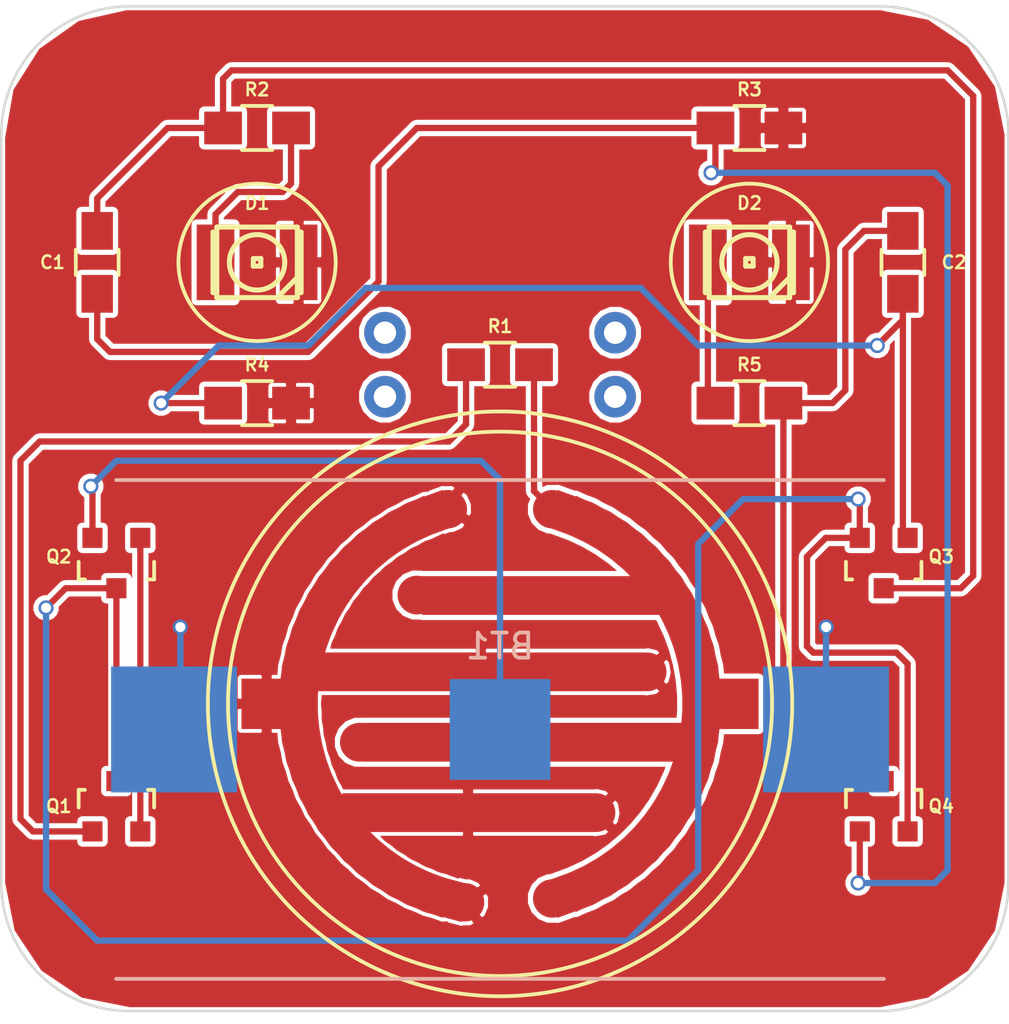
<source format=kicad_pcb>
(kicad_pcb (version 4) (host pcbnew "(2015-05-03 BZR 5637)-product")

  (general
    (links 94)
    (no_connects 4)
    (area 128.218412 91.643999 168.325001 131.622001)
    (thickness 1.6)
    (drawings 8)
    (tracks 100)
    (zones 0)
    (modules 17)
    (nets 13)
  )

  (page A4)
  (layers
    (0 F.Cu signal)
    (31 B.Cu signal)
    (32 B.Adhes user)
    (33 F.Adhes user)
    (34 B.Paste user)
    (35 F.Paste user)
    (36 B.SilkS user)
    (37 F.SilkS user)
    (38 B.Mask user)
    (39 F.Mask user)
    (40 Dwgs.User user)
    (41 Cmts.User user)
    (42 Eco1.User user)
    (43 Eco2.User user)
    (44 Edge.Cuts user)
    (45 Margin user)
    (46 B.CrtYd user)
    (47 F.CrtYd user)
    (48 B.Fab user)
    (49 F.Fab user)
  )

  (setup
    (last_trace_width 0.25)
    (trace_clearance 0.2)
    (zone_clearance 0.1016)
    (zone_45_only no)
    (trace_min 0.2)
    (segment_width 0.2)
    (edge_width 0.1)
    (via_size 0.6)
    (via_drill 0.4)
    (via_min_size 0.4)
    (via_min_drill 0.3)
    (uvia_size 0.3)
    (uvia_drill 0.1)
    (uvias_allowed no)
    (uvia_min_size 0.2)
    (uvia_min_drill 0.1)
    (pcb_text_width 0.3)
    (pcb_text_size 1.5 1.5)
    (mod_edge_width 0.15)
    (mod_text_size 1 1)
    (mod_text_width 0.15)
    (pad_size 1.5 1.5)
    (pad_drill 0.6)
    (pad_to_mask_clearance 0)
    (aux_axis_origin 0 0)
    (visible_elements FFFFFF7F)
    (pcbplotparams
      (layerselection 0x010f0_80000001)
      (usegerberextensions true)
      (excludeedgelayer true)
      (linewidth 0.100000)
      (plotframeref false)
      (viasonmask false)
      (mode 1)
      (useauxorigin false)
      (hpglpennumber 1)
      (hpglpenspeed 20)
      (hpglpendiameter 15)
      (hpglpenoverlay 2)
      (psnegative false)
      (psa4output false)
      (plotreference true)
      (plotvalue true)
      (plotinvisibletext false)
      (padsonsilk false)
      (subtractmaskfromsilk true)
      (outputformat 1)
      (mirror false)
      (drillshape 0)
      (scaleselection 1)
      (outputdirectory gerbers/))
  )

  (net 0 "")
  (net 1 "Net-(C1-Pad1)")
  (net 2 "Net-(C1-Pad2)")
  (net 3 "Net-(C2-Pad1)")
  (net 4 "Net-(C2-Pad2)")
  (net 5 "Net-(D1-Pad1)")
  (net 6 "Net-(D2-Pad1)")
  (net 7 "Net-(Q1-Pad1)")
  (net 8 "Net-(Q1-Pad2)")
  (net 9 "Net-(Q1-Pad3)")
  (net 10 GND)
  (net 11 "Net-(R1-Pad1)")
  (net 12 VCC)

  (net_class Default "This is the default net class."
    (clearance 0.2)
    (trace_width 0.25)
    (via_dia 0.6)
    (via_drill 0.4)
    (uvia_dia 0.3)
    (uvia_drill 0.1)
    (add_net GND)
    (add_net "Net-(C1-Pad1)")
    (add_net "Net-(C1-Pad2)")
    (add_net "Net-(C2-Pad1)")
    (add_net "Net-(C2-Pad2)")
    (add_net "Net-(D1-Pad1)")
    (add_net "Net-(D2-Pad1)")
    (add_net "Net-(Q1-Pad1)")
    (add_net "Net-(Q1-Pad2)")
    (add_net "Net-(Q1-Pad3)")
    (add_net "Net-(R1-Pad1)")
    (add_net VCC)
  )

  (module bb:CR2032-SMD (layer B.Cu) (tedit 55E6B3FA) (tstamp 55E6B497)
    (at 148.082 120.396)
    (path /55E6B2B2)
    (fp_text reference BT1 (at 0 -3.302) (layer B.SilkS)
      (effects (font (size 1 1) (thickness 0.15)) (justify mirror))
    )
    (fp_text value Battery (at 0.0508 3.2004) (layer B.Fab) hide
      (effects (font (size 1 1) (thickness 0.15)) (justify mirror))
    )
    (fp_line (start -15.25 -9.9) (end 15.25 -9.9) (layer B.SilkS) (width 0.15))
    (fp_line (start -15.25 9.9) (end 15.25 9.9) (layer B.SilkS) (width 0.15))
    (pad 1 smd rect (at 12.95 0) (size 5 5) (layers B.Cu B.Paste B.Mask)
      (net 12 VCC))
    (pad 2 smd rect (at 0 0) (size 4 4) (layers B.Cu B.Paste B.Mask)
      (net 10 GND))
    (pad 1 smd rect (at -12.95 0) (size 5 5) (layers B.Cu B.Paste B.Mask)
      (net 12 VCC))
  )

  (module bb:H2-2.54 (layer F.Cu) (tedit 55E67FD2) (tstamp 55E68096)
    (at 152.654 105.918)
    (fp_text reference J2 (at -2.05 0.1) (layer F.SilkS) hide
      (effects (font (size 0.4 0.4) (thickness 0.08)) (justify left bottom))
    )
    (fp_text value Val** (at 1.65 -0.85 90) (layer F.SilkS) hide
      (effects (font (size 0.4 0.4) (thickness 0.08)) (justify right top))
    )
    (pad 1 thru_hole circle (at 0 -1.27) (size 1.651 1.651) (drill 0.889) (layers *.Cu *.Mask))
    (pad 2 thru_hole circle (at 0 1.27) (size 1.651 1.651) (drill 0.889) (layers *.Cu *.Mask))
  )

  (module bb:H2-2.54 (layer F.Cu) (tedit 55E67FD2) (tstamp 55E6801B)
    (at 143.51 105.918)
    (fp_text reference J2 (at -2.05 0.1) (layer F.SilkS) hide
      (effects (font (size 0.4 0.4) (thickness 0.08)) (justify left bottom))
    )
    (fp_text value Val** (at 1.65 -0.85 90) (layer F.SilkS) hide
      (effects (font (size 0.4 0.4) (thickness 0.08)) (justify right top))
    )
    (pad 1 thru_hole circle (at 0 -1.27) (size 1.651 1.651) (drill 0.889) (layers *.Cu *.Mask))
    (pad 2 thru_hole circle (at 0 1.27) (size 1.651 1.651) (drill 0.889) (layers *.Cu *.Mask))
  )

  (module Capacitors_SMD:C_0805_HandSoldering (layer F.Cu) (tedit 55E7B92F) (tstamp 55E2DCD0)
    (at 132.08 101.854 90)
    (descr "Capacitor SMD 0805, hand soldering")
    (tags "capacitor 0805")
    (path /55E271FF)
    (attr smd)
    (fp_text reference C1 (at 0 -1.778 180) (layer F.SilkS)
      (effects (font (size 0.5 0.5) (thickness 0.1)))
    )
    (fp_text value 22uF (at 0 2.1 90) (layer F.Fab) hide
      (effects (font (size 1 1) (thickness 0.15)))
    )
    (fp_line (start -2.3 -1) (end 2.3 -1) (layer F.CrtYd) (width 0.05))
    (fp_line (start -2.3 1) (end 2.3 1) (layer F.CrtYd) (width 0.05))
    (fp_line (start -2.3 -1) (end -2.3 1) (layer F.CrtYd) (width 0.05))
    (fp_line (start 2.3 -1) (end 2.3 1) (layer F.CrtYd) (width 0.05))
    (fp_line (start 0.5 -0.85) (end -0.5 -0.85) (layer F.SilkS) (width 0.15))
    (fp_line (start -0.5 0.85) (end 0.5 0.85) (layer F.SilkS) (width 0.15))
    (pad 1 smd rect (at -1.25 0 90) (size 1.5 1.25) (layers F.Cu F.Paste F.Mask)
      (net 1 "Net-(C1-Pad1)"))
    (pad 2 smd rect (at 1.25 0 90) (size 1.5 1.25) (layers F.Cu F.Paste F.Mask)
      (net 2 "Net-(C1-Pad2)"))
    (model Capacitors_SMD.3dshapes/C_0805_HandSoldering.wrl
      (at (xyz 0 0 0))
      (scale (xyz 1 1 1))
      (rotate (xyz 0 0 0))
    )
  )

  (module Capacitors_SMD:C_0805_HandSoldering (layer F.Cu) (tedit 55E7B93A) (tstamp 55E2DCD6)
    (at 164.084 101.854 270)
    (descr "Capacitor SMD 0805, hand soldering")
    (tags "capacitor 0805")
    (path /55E27245)
    (attr smd)
    (fp_text reference C2 (at 0 -2.032 360) (layer F.SilkS)
      (effects (font (size 0.5 0.5) (thickness 0.1)))
    )
    (fp_text value 22uF (at 0 2.1 270) (layer F.Fab) hide
      (effects (font (size 1 1) (thickness 0.15)))
    )
    (fp_line (start -2.3 -1) (end 2.3 -1) (layer F.CrtYd) (width 0.05))
    (fp_line (start -2.3 1) (end 2.3 1) (layer F.CrtYd) (width 0.05))
    (fp_line (start -2.3 -1) (end -2.3 1) (layer F.CrtYd) (width 0.05))
    (fp_line (start 2.3 -1) (end 2.3 1) (layer F.CrtYd) (width 0.05))
    (fp_line (start 0.5 -0.85) (end -0.5 -0.85) (layer F.SilkS) (width 0.15))
    (fp_line (start -0.5 0.85) (end 0.5 0.85) (layer F.SilkS) (width 0.15))
    (pad 1 smd rect (at -1.25 0 270) (size 1.5 1.25) (layers F.Cu F.Paste F.Mask)
      (net 3 "Net-(C2-Pad1)"))
    (pad 2 smd rect (at 1.25 0 270) (size 1.5 1.25) (layers F.Cu F.Paste F.Mask)
      (net 4 "Net-(C2-Pad2)"))
    (model Capacitors_SMD.3dshapes/C_0805_HandSoldering.wrl
      (at (xyz 0 0 0))
      (scale (xyz 1 1 1))
      (rotate (xyz 0 0 0))
    )
  )

  (module Resistors_SMD:R_0805_HandSoldering (layer F.Cu) (tedit 55E7B960) (tstamp 55E2DD04)
    (at 148.082 105.918 180)
    (descr "Resistor SMD 0805, hand soldering")
    (tags "resistor 0805")
    (path /55E2730C)
    (attr smd)
    (fp_text reference R1 (at 0 1.524 180) (layer F.SilkS)
      (effects (font (size 0.5 0.5) (thickness 0.1)))
    )
    (fp_text value 100k (at 0 2.1 180) (layer F.Fab) hide
      (effects (font (size 1 1) (thickness 0.15)))
    )
    (fp_line (start -2.4 -1) (end 2.4 -1) (layer F.CrtYd) (width 0.05))
    (fp_line (start -2.4 1) (end 2.4 1) (layer F.CrtYd) (width 0.05))
    (fp_line (start -2.4 -1) (end -2.4 1) (layer F.CrtYd) (width 0.05))
    (fp_line (start 2.4 -1) (end 2.4 1) (layer F.CrtYd) (width 0.05))
    (fp_line (start 0.6 0.875) (end -0.6 0.875) (layer F.SilkS) (width 0.15))
    (fp_line (start -0.6 -0.875) (end 0.6 -0.875) (layer F.SilkS) (width 0.15))
    (pad 1 smd rect (at -1.35 0 180) (size 1.5 1.3) (layers F.Cu F.Paste F.Mask)
      (net 11 "Net-(R1-Pad1)"))
    (pad 2 smd rect (at 1.35 0 180) (size 1.5 1.3) (layers F.Cu F.Paste F.Mask)
      (net 8 "Net-(Q1-Pad2)"))
    (model Resistors_SMD.3dshapes/R_0805_HandSoldering.wrl
      (at (xyz 0 0 0))
      (scale (xyz 1 1 1))
      (rotate (xyz 0 0 0))
    )
  )

  (module Resistors_SMD:R_0805_HandSoldering (layer F.Cu) (tedit 55E7B943) (tstamp 55E2DD0A)
    (at 138.43 96.52 180)
    (descr "Resistor SMD 0805, hand soldering")
    (tags "resistor 0805")
    (path /55E27266)
    (attr smd)
    (fp_text reference R2 (at 0 1.524 180) (layer F.SilkS)
      (effects (font (size 0.5 0.5) (thickness 0.1)))
    )
    (fp_text value 100 (at 0 2.1 180) (layer F.Fab) hide
      (effects (font (size 1 1) (thickness 0.15)))
    )
    (fp_line (start -2.4 -1) (end 2.4 -1) (layer F.CrtYd) (width 0.05))
    (fp_line (start -2.4 1) (end 2.4 1) (layer F.CrtYd) (width 0.05))
    (fp_line (start -2.4 -1) (end -2.4 1) (layer F.CrtYd) (width 0.05))
    (fp_line (start 2.4 -1) (end 2.4 1) (layer F.CrtYd) (width 0.05))
    (fp_line (start 0.6 0.875) (end -0.6 0.875) (layer F.SilkS) (width 0.15))
    (fp_line (start -0.6 -0.875) (end 0.6 -0.875) (layer F.SilkS) (width 0.15))
    (pad 1 smd rect (at -1.35 0 180) (size 1.5 1.3) (layers F.Cu F.Paste F.Mask)
      (net 5 "Net-(D1-Pad1)"))
    (pad 2 smd rect (at 1.35 0 180) (size 1.5 1.3) (layers F.Cu F.Paste F.Mask)
      (net 2 "Net-(C1-Pad2)"))
    (model Resistors_SMD.3dshapes/R_0805_HandSoldering.wrl
      (at (xyz 0 0 0))
      (scale (xyz 1 1 1))
      (rotate (xyz 0 0 0))
    )
  )

  (module Resistors_SMD:R_0805_HandSoldering (layer F.Cu) (tedit 55E7B947) (tstamp 55E2DD10)
    (at 157.988 96.52 180)
    (descr "Resistor SMD 0805, hand soldering")
    (tags "resistor 0805")
    (path /55E27298)
    (attr smd)
    (fp_text reference R3 (at 0 1.524 180) (layer F.SilkS)
      (effects (font (size 0.5 0.5) (thickness 0.1)))
    )
    (fp_text value 47k (at 0 2.1 180) (layer F.Fab) hide
      (effects (font (size 1 1) (thickness 0.15)))
    )
    (fp_line (start -2.4 -1) (end 2.4 -1) (layer F.CrtYd) (width 0.05))
    (fp_line (start -2.4 1) (end 2.4 1) (layer F.CrtYd) (width 0.05))
    (fp_line (start -2.4 -1) (end -2.4 1) (layer F.CrtYd) (width 0.05))
    (fp_line (start 2.4 -1) (end 2.4 1) (layer F.CrtYd) (width 0.05))
    (fp_line (start 0.6 0.875) (end -0.6 0.875) (layer F.SilkS) (width 0.15))
    (fp_line (start -0.6 -0.875) (end 0.6 -0.875) (layer F.SilkS) (width 0.15))
    (pad 1 smd rect (at -1.35 0 180) (size 1.5 1.3) (layers F.Cu F.Paste F.Mask)
      (net 12 VCC))
    (pad 2 smd rect (at 1.35 0 180) (size 1.5 1.3) (layers F.Cu F.Paste F.Mask)
      (net 1 "Net-(C1-Pad1)"))
    (model Resistors_SMD.3dshapes/R_0805_HandSoldering.wrl
      (at (xyz 0 0 0))
      (scale (xyz 1 1 1))
      (rotate (xyz 0 0 0))
    )
  )

  (module Resistors_SMD:R_0805_HandSoldering (layer F.Cu) (tedit 55E7B955) (tstamp 55E2DD16)
    (at 138.43 107.442 180)
    (descr "Resistor SMD 0805, hand soldering")
    (tags "resistor 0805")
    (path /55E272BB)
    (attr smd)
    (fp_text reference R4 (at 0 1.524 180) (layer F.SilkS)
      (effects (font (size 0.5 0.5) (thickness 0.1)))
    )
    (fp_text value 47k (at 0 2.1 180) (layer F.Fab) hide
      (effects (font (size 1 1) (thickness 0.15)))
    )
    (fp_line (start -2.4 -1) (end 2.4 -1) (layer F.CrtYd) (width 0.05))
    (fp_line (start -2.4 1) (end 2.4 1) (layer F.CrtYd) (width 0.05))
    (fp_line (start -2.4 -1) (end -2.4 1) (layer F.CrtYd) (width 0.05))
    (fp_line (start 2.4 -1) (end 2.4 1) (layer F.CrtYd) (width 0.05))
    (fp_line (start 0.6 0.875) (end -0.6 0.875) (layer F.SilkS) (width 0.15))
    (fp_line (start -0.6 -0.875) (end 0.6 -0.875) (layer F.SilkS) (width 0.15))
    (pad 1 smd rect (at -1.35 0 180) (size 1.5 1.3) (layers F.Cu F.Paste F.Mask)
      (net 12 VCC))
    (pad 2 smd rect (at 1.35 0 180) (size 1.5 1.3) (layers F.Cu F.Paste F.Mask)
      (net 4 "Net-(C2-Pad2)"))
    (model Resistors_SMD.3dshapes/R_0805_HandSoldering.wrl
      (at (xyz 0 0 0))
      (scale (xyz 1 1 1))
      (rotate (xyz 0 0 0))
    )
  )

  (module Resistors_SMD:R_0805_HandSoldering (layer F.Cu) (tedit 55E7B95A) (tstamp 55E2DD1C)
    (at 157.988 107.442)
    (descr "Resistor SMD 0805, hand soldering")
    (tags "resistor 0805")
    (path /55E272E1)
    (attr smd)
    (fp_text reference R5 (at 0 -1.524) (layer F.SilkS)
      (effects (font (size 0.5 0.5) (thickness 0.1)))
    )
    (fp_text value 100 (at 0 2.1) (layer F.Fab) hide
      (effects (font (size 1 1) (thickness 0.15)))
    )
    (fp_line (start -2.4 -1) (end 2.4 -1) (layer F.CrtYd) (width 0.05))
    (fp_line (start -2.4 1) (end 2.4 1) (layer F.CrtYd) (width 0.05))
    (fp_line (start -2.4 -1) (end -2.4 1) (layer F.CrtYd) (width 0.05))
    (fp_line (start 2.4 -1) (end 2.4 1) (layer F.CrtYd) (width 0.05))
    (fp_line (start 0.6 0.875) (end -0.6 0.875) (layer F.SilkS) (width 0.15))
    (fp_line (start -0.6 -0.875) (end 0.6 -0.875) (layer F.SilkS) (width 0.15))
    (pad 1 smd rect (at -1.35 0) (size 1.5 1.3) (layers F.Cu F.Paste F.Mask)
      (net 6 "Net-(D2-Pad1)"))
    (pad 2 smd rect (at 1.35 0) (size 1.5 1.3) (layers F.Cu F.Paste F.Mask)
      (net 3 "Net-(C2-Pad1)"))
    (model Resistors_SMD.3dshapes/R_0805_HandSoldering.wrl
      (at (xyz 0 0 0))
      (scale (xyz 1 1 1))
      (rotate (xyz 0 0 0))
    )
  )

  (module bb:MADW__PLCC2-3528 (layer F.Cu) (tedit 55E7B83A) (tstamp 55E3D4B4)
    (at 138.43 101.854)
    (path /55E27339)
    (fp_text reference D1 (at 0 -2.35) (layer F.SilkS)
      (effects (font (size 0.5 0.5) (thickness 0.1)))
    )
    (fp_text value LED (at 0 2.55) (layer F.SilkS) hide
      (effects (font (size 1 1) (thickness 0.2)))
    )
    (fp_circle (center 0 0) (end -2.794 -1.397) (layer F.SilkS) (width 0.15))
    (fp_line (start -0.15 -0.15) (end -0.15 0.15) (layer F.SilkS) (width 0.2))
    (fp_line (start -0.15 0.15) (end 0.15 0.15) (layer F.SilkS) (width 0.2))
    (fp_line (start 0.15 0.15) (end 0.15 -0.15) (layer F.SilkS) (width 0.2))
    (fp_line (start 0.15 -0.15) (end -0.15 -0.15) (layer F.SilkS) (width 0.2))
    (fp_line (start 1.6 0.6) (end 0.8 1.4) (layer F.SilkS) (width 0.2))
    (fp_circle (center 0 0) (end 0 -1.1) (layer F.SilkS) (width 0.2))
    (fp_line (start 1.6 -1.2) (end 1.75 -1.2) (layer F.SilkS) (width 0.2))
    (fp_line (start 1.75 -1.2) (end 1.75 1.2) (layer F.SilkS) (width 0.2))
    (fp_line (start 1.75 1.2) (end 1.6 1.2) (layer F.SilkS) (width 0.2))
    (fp_line (start -1.6 -1.2) (end -1.75 -1.2) (layer F.SilkS) (width 0.2))
    (fp_line (start -1.75 -1.2) (end -1.75 1.2) (layer F.SilkS) (width 0.2))
    (fp_line (start -1.75 1.2) (end -1.6 1.2) (layer F.SilkS) (width 0.2))
    (fp_line (start -1.6 -1.4) (end 1.6 -1.4) (layer F.SilkS) (width 0.2))
    (fp_line (start 1.6 -1.4) (end 1.6 1.4) (layer F.SilkS) (width 0.2))
    (fp_line (start 1.6 1.4) (end -1.6 1.4) (layer F.SilkS) (width 0.2))
    (fp_line (start -1.6 1.4) (end -1.6 -1.4) (layer F.SilkS) (width 0.2))
    (pad 1 smd rect (at -1.65 0) (size 1.5 3) (layers F.Cu F.Paste F.Mask)
      (net 5 "Net-(D1-Pad1)"))
    (pad 2 smd rect (at 1.65 0) (size 1.5 3) (layers F.Cu F.Paste F.Mask)
      (net 12 VCC))
  )

  (module bb:MADW__PLCC2-3528 (layer F.Cu) (tedit 55E7B885) (tstamp 55E3D4CB)
    (at 157.988 101.854)
    (path /55E27378)
    (fp_text reference D2 (at 0 -2.35) (layer F.SilkS)
      (effects (font (size 0.5 0.5) (thickness 0.1)))
    )
    (fp_text value LED (at 0 2.55) (layer F.SilkS) hide
      (effects (font (size 1 1) (thickness 0.2)))
    )
    (fp_circle (center 0 0) (end -2.794 -1.397) (layer F.SilkS) (width 0.15))
    (fp_line (start -0.15 -0.15) (end -0.15 0.15) (layer F.SilkS) (width 0.2))
    (fp_line (start -0.15 0.15) (end 0.15 0.15) (layer F.SilkS) (width 0.2))
    (fp_line (start 0.15 0.15) (end 0.15 -0.15) (layer F.SilkS) (width 0.2))
    (fp_line (start 0.15 -0.15) (end -0.15 -0.15) (layer F.SilkS) (width 0.2))
    (fp_line (start 1.6 0.6) (end 0.8 1.4) (layer F.SilkS) (width 0.2))
    (fp_circle (center 0 0) (end 0 -1.1) (layer F.SilkS) (width 0.2))
    (fp_line (start 1.6 -1.2) (end 1.75 -1.2) (layer F.SilkS) (width 0.2))
    (fp_line (start 1.75 -1.2) (end 1.75 1.2) (layer F.SilkS) (width 0.2))
    (fp_line (start 1.75 1.2) (end 1.6 1.2) (layer F.SilkS) (width 0.2))
    (fp_line (start -1.6 -1.2) (end -1.75 -1.2) (layer F.SilkS) (width 0.2))
    (fp_line (start -1.75 -1.2) (end -1.75 1.2) (layer F.SilkS) (width 0.2))
    (fp_line (start -1.75 1.2) (end -1.6 1.2) (layer F.SilkS) (width 0.2))
    (fp_line (start -1.6 -1.4) (end 1.6 -1.4) (layer F.SilkS) (width 0.2))
    (fp_line (start 1.6 -1.4) (end 1.6 1.4) (layer F.SilkS) (width 0.2))
    (fp_line (start 1.6 1.4) (end -1.6 1.4) (layer F.SilkS) (width 0.2))
    (fp_line (start -1.6 1.4) (end -1.6 -1.4) (layer F.SilkS) (width 0.2))
    (pad 1 smd rect (at -1.65 0) (size 1.5 3) (layers F.Cu F.Paste F.Mask)
      (net 6 "Net-(D2-Pad1)"))
    (pad 2 smd rect (at 1.65 0) (size 1.5 3) (layers F.Cu F.Paste F.Mask)
      (net 12 VCC))
  )

  (module bb:TouchPlate-10mm (layer F.Cu) (tedit 55E6953B) (tstamp 55E6630F)
    (at 148.082 119.38)
    (path /55E2B395)
    (fp_text reference TP1 (at 0.254 12.7) (layer F.SilkS) hide
      (effects (font (size 1 1) (thickness 0.15)))
    )
    (fp_text value Touch_Plate (at 0.127 -12.573) (layer F.Fab) hide
      (effects (font (size 1 1) (thickness 0.15)))
    )
    (fp_circle (center 0 0) (end -10.668 -4.572) (layer F.SilkS) (width 0.15))
    (fp_circle (center 0 0) (end -9.906 -4.318) (layer F.SilkS) (width 0.15))
    (pad 2 smd rect (at 1.016 1.524) (size 13 1.54) (layers F.Cu F.Paste F.Mask)
      (net 11 "Net-(R1-Pad1)"))
    (pad 1 smd rect (at -0.762 -1.27) (size 13 1.54) (layers F.Cu F.Paste F.Mask)
      (net 12 VCC))
    (pad 1 smd rect (at -1.27 4.318) (size 10 1.54) (layers F.Cu F.Paste F.Mask)
      (net 12 VCC))
    (pad 1 smd rect (at -9.271 0) (size 2 2) (layers F.Cu F.Paste F.Mask)
      (net 12 VCC))
    (pad 2 smd circle (at 2.071 -7.727 255) (size 1.524 1.524) (layers F.Cu F.Paste F.Mask)
      (net 11 "Net-(R1-Pad1)"))
    (pad 2 smd rect (at 2.736 -7.518 250) (size 1.524 1.524) (layers F.Cu F.Paste F.Mask)
      (net 11 "Net-(R1-Pad1)"))
    (pad 2 smd rect (at 3.381 -7.25 245) (size 1.524 1.524) (layers F.Cu F.Paste F.Mask)
      (net 11 "Net-(R1-Pad1)"))
    (pad 2 smd rect (at 4 -6.928 240) (size 1.524 1.524) (layers F.Cu F.Paste F.Mask)
      (net 11 "Net-(R1-Pad1)"))
    (pad 2 smd rect (at 4.589 -6.553 235) (size 1.524 1.524) (layers F.Cu F.Paste F.Mask)
      (net 11 "Net-(R1-Pad1)"))
    (pad 2 smd rect (at 5.142 -6.128 230) (size 1.524 1.524) (layers F.Cu F.Paste F.Mask)
      (net 11 "Net-(R1-Pad1)"))
    (pad 2 smd rect (at 5.657 -5.657 225) (size 1.524 1.524) (layers F.Cu F.Paste F.Mask)
      (net 11 "Net-(R1-Pad1)"))
    (pad 2 smd rect (at 6.128 -5.142 220) (size 1.524 1.524) (layers F.Cu F.Paste F.Mask)
      (net 11 "Net-(R1-Pad1)"))
    (pad 2 smd rect (at 6.553 -4.589 215) (size 1.524 1.524) (layers F.Cu F.Paste F.Mask)
      (net 11 "Net-(R1-Pad1)"))
    (pad 2 smd rect (at 6.928 -4 210) (size 1.524 1.524) (layers F.Cu F.Paste F.Mask)
      (net 11 "Net-(R1-Pad1)"))
    (pad 2 smd rect (at 7.25 -3.381 205) (size 1.524 1.524) (layers F.Cu F.Paste F.Mask)
      (net 11 "Net-(R1-Pad1)"))
    (pad 2 smd rect (at 7.518 -2.736 200) (size 1.524 1.524) (layers F.Cu F.Paste F.Mask)
      (net 11 "Net-(R1-Pad1)"))
    (pad 2 smd rect (at 7.727 -2.071 195) (size 1.524 1.524) (layers F.Cu F.Paste F.Mask)
      (net 11 "Net-(R1-Pad1)"))
    (pad 2 smd rect (at 7.878 -1.389 190) (size 1.524 1.524) (layers F.Cu F.Paste F.Mask)
      (net 11 "Net-(R1-Pad1)"))
    (pad 2 smd rect (at 7.97 -0.697 185) (size 1.524 1.524) (layers F.Cu F.Paste F.Mask)
      (net 11 "Net-(R1-Pad1)"))
    (pad 2 smd rect (at 8 0 180) (size 1.524 1.524) (layers F.Cu F.Paste F.Mask)
      (net 11 "Net-(R1-Pad1)"))
    (pad 2 smd rect (at 7.97 0.697 175) (size 1.524 1.524) (layers F.Cu F.Paste F.Mask)
      (net 11 "Net-(R1-Pad1)"))
    (pad 2 smd rect (at 7.878 1.389 170) (size 1.524 1.524) (layers F.Cu F.Paste F.Mask)
      (net 11 "Net-(R1-Pad1)"))
    (pad 2 smd rect (at 7.727 2.071 165) (size 1.524 1.524) (layers F.Cu F.Paste F.Mask)
      (net 11 "Net-(R1-Pad1)"))
    (pad 2 smd rect (at 7.518 2.736 160) (size 1.524 1.524) (layers F.Cu F.Paste F.Mask)
      (net 11 "Net-(R1-Pad1)"))
    (pad 2 smd rect (at 7.25 3.381 155) (size 1.524 1.524) (layers F.Cu F.Paste F.Mask)
      (net 11 "Net-(R1-Pad1)"))
    (pad 2 smd rect (at 6.928 4 150) (size 1.524 1.524) (layers F.Cu F.Paste F.Mask)
      (net 11 "Net-(R1-Pad1)"))
    (pad 2 smd rect (at 6.553 4.589 145) (size 1.524 1.524) (layers F.Cu F.Paste F.Mask)
      (net 11 "Net-(R1-Pad1)"))
    (pad 2 smd rect (at 6.128 5.142 140) (size 1.524 1.524) (layers F.Cu F.Paste F.Mask)
      (net 11 "Net-(R1-Pad1)"))
    (pad 2 smd rect (at 5.657 5.657 135) (size 1.524 1.524) (layers F.Cu F.Paste F.Mask)
      (net 11 "Net-(R1-Pad1)"))
    (pad 2 smd rect (at 5.142 6.128 130) (size 1.524 1.524) (layers F.Cu F.Paste F.Mask)
      (net 11 "Net-(R1-Pad1)"))
    (pad 2 smd rect (at 4.589 6.553 125) (size 1.524 1.524) (layers F.Cu F.Paste F.Mask)
      (net 11 "Net-(R1-Pad1)"))
    (pad 2 smd rect (at 4 6.928 120) (size 1.524 1.524) (layers F.Cu F.Paste F.Mask)
      (net 11 "Net-(R1-Pad1)"))
    (pad 2 smd rect (at 3.381 7.25 115) (size 1.524 1.524) (layers F.Cu F.Paste F.Mask)
      (net 11 "Net-(R1-Pad1)"))
    (pad 2 smd rect (at 2.736 7.518 110) (size 1.524 1.524) (layers F.Cu F.Paste F.Mask)
      (net 11 "Net-(R1-Pad1)"))
    (pad 2 smd circle (at 2.071 7.727 105) (size 1.524 1.524) (layers F.Cu F.Paste F.Mask)
      (net 11 "Net-(R1-Pad1)"))
    (pad 1 smd circle (at -1.389 7.878 80) (size 1.524 1.524) (layers F.Cu F.Paste F.Mask)
      (net 12 VCC))
    (pad 1 smd rect (at -2.071 7.727 75) (size 1.524 1.524) (layers F.Cu F.Paste F.Mask)
      (net 12 VCC))
    (pad 1 smd rect (at -2.736 7.518 70) (size 1.524 1.524) (layers F.Cu F.Paste F.Mask)
      (net 12 VCC))
    (pad 1 smd rect (at -3.381 7.25 65) (size 1.524 1.524) (layers F.Cu F.Paste F.Mask)
      (net 12 VCC))
    (pad 1 smd rect (at -4 6.928 60) (size 1.524 1.524) (layers F.Cu F.Paste F.Mask)
      (net 12 VCC))
    (pad 1 smd rect (at -4.589 6.553 55) (size 1.524 1.524) (layers F.Cu F.Paste F.Mask)
      (net 12 VCC))
    (pad 1 smd rect (at -5.142 6.128 50) (size 1.524 1.524) (layers F.Cu F.Paste F.Mask)
      (net 12 VCC))
    (pad 1 smd rect (at -5.657 5.657 45) (size 1.524 1.524) (layers F.Cu F.Paste F.Mask)
      (net 12 VCC))
    (pad 1 smd rect (at -6.128 5.142 40) (size 1.524 1.524) (layers F.Cu F.Paste F.Mask)
      (net 12 VCC))
    (pad 1 smd rect (at -6.553 4.589 35) (size 1.524 1.524) (layers F.Cu F.Paste F.Mask)
      (net 12 VCC))
    (pad 1 smd rect (at -6.928 4 30) (size 1.524 1.524) (layers F.Cu F.Paste F.Mask)
      (net 12 VCC))
    (pad 1 smd rect (at -7.25 3.381 25) (size 1.524 1.524) (layers F.Cu F.Paste F.Mask)
      (net 12 VCC))
    (pad 1 smd rect (at -7.518 2.736 20) (size 1.524 1.524) (layers F.Cu F.Paste F.Mask)
      (net 12 VCC))
    (pad 1 smd rect (at -7.727 2.071 15) (size 1.524 1.524) (layers F.Cu F.Paste F.Mask)
      (net 12 VCC))
    (pad 1 smd rect (at -7.878 1.389 10) (size 1.524 1.524) (layers F.Cu F.Paste F.Mask)
      (net 12 VCC))
    (pad 1 smd rect (at -7.97 0.697 5) (size 1.524 1.524) (layers F.Cu F.Paste F.Mask)
      (net 12 VCC))
    (pad 1 smd rect (at -8 0) (size 1.524 1.524) (layers F.Cu F.Paste F.Mask)
      (net 12 VCC))
    (pad 1 smd rect (at -7.97 -0.697 355) (size 1.524 1.524) (layers F.Cu F.Paste F.Mask)
      (net 12 VCC))
    (pad 1 smd rect (at -7.878 -1.389 350) (size 1.524 1.524) (layers F.Cu F.Paste F.Mask)
      (net 12 VCC))
    (pad 1 smd rect (at -7.727 -2.071 345) (size 1.524 1.524) (layers F.Cu F.Paste F.Mask)
      (net 12 VCC))
    (pad 1 smd rect (at -7.518 -2.736 340) (size 1.524 1.524) (layers F.Cu F.Paste F.Mask)
      (net 12 VCC))
    (pad 1 smd rect (at -7.25 -3.381 335) (size 1.524 1.524) (layers F.Cu F.Paste F.Mask)
      (net 12 VCC))
    (pad 1 smd rect (at -6.928 -4 330) (size 1.524 1.524) (layers F.Cu F.Paste F.Mask)
      (net 12 VCC))
    (pad 1 smd rect (at -6.553 -4.589 325) (size 1.524 1.524) (layers F.Cu F.Paste F.Mask)
      (net 12 VCC))
    (pad 1 smd rect (at -6.128 -5.142 320) (size 1.524 1.524) (layers F.Cu F.Paste F.Mask)
      (net 12 VCC))
    (pad 1 smd rect (at -5.657 -5.657 315) (size 1.524 1.524) (layers F.Cu F.Paste F.Mask)
      (net 12 VCC))
    (pad 1 smd rect (at -5.142 -6.128 310) (size 1.524 1.524) (layers F.Cu F.Paste F.Mask)
      (net 12 VCC))
    (pad 1 smd rect (at -4.589 -6.553 305) (size 1.524 1.524) (layers F.Cu F.Paste F.Mask)
      (net 12 VCC))
    (pad 1 smd rect (at -4 -6.928 300) (size 1.524 1.524) (layers F.Cu F.Paste F.Mask)
      (net 12 VCC))
    (pad 1 smd rect (at -3.381 -7.25 295) (size 1.524 1.524) (layers F.Cu F.Paste F.Mask)
      (net 12 VCC))
    (pad 1 smd rect (at -2.736 -7.518 290) (size 1.524 1.524) (layers F.Cu F.Paste F.Mask)
      (net 12 VCC))
    (pad 1 smd circle (at -2.071 -7.727 285) (size 1.524 1.524) (layers F.Cu F.Paste F.Mask)
      (net 12 VCC))
    (pad 2 smd rect (at 9.271 0) (size 2 2) (layers F.Cu F.Paste F.Mask)
      (net 11 "Net-(R1-Pad1)"))
    (pad 2 smd rect (at 1.9 -4.3) (size 10 1.54) (layers F.Cu F.Paste F.Mask)
      (net 11 "Net-(R1-Pad1)"))
    (pad 2 smd circle (at -3.302 -4.318) (size 1.54 1.54) (layers F.Cu F.Paste F.Mask)
      (net 11 "Net-(R1-Pad1)"))
    (pad 2 smd circle (at -5.588 1.524) (size 1.54 1.54) (layers F.Cu F.Paste F.Mask)
      (net 11 "Net-(R1-Pad1)"))
    (pad 1 smd circle (at 3.81 4.318) (size 1.54 1.54) (layers F.Cu F.Paste F.Mask)
      (net 12 VCC))
    (pad 1 smd circle (at 5.842 -1.27) (size 1.54 1.54) (layers F.Cu F.Paste F.Mask)
      (net 12 VCC))
  )

  (module bb:SOT-23 (layer F.Cu) (tedit 55E7B977) (tstamp 55E6A56D)
    (at 132.842 123.444)
    (descr "SOT-23, Standard")
    (tags SOT-23)
    (path /55E27140)
    (attr smd)
    (fp_text reference Q1 (at -2.286 0) (layer F.SilkS)
      (effects (font (size 0.5 0.5) (thickness 0.1)))
    )
    (fp_text value MMBT2222 (at 0 2.3) (layer F.Fab) hide
      (effects (font (size 1 1) (thickness 0.15)))
    )
    (fp_line (start -1.65 -1.6) (end 1.65 -1.6) (layer F.CrtYd) (width 0.05))
    (fp_line (start 1.65 -1.6) (end 1.65 1.6) (layer F.CrtYd) (width 0.05))
    (fp_line (start 1.65 1.6) (end -1.65 1.6) (layer F.CrtYd) (width 0.05))
    (fp_line (start -1.65 1.6) (end -1.65 -1.6) (layer F.CrtYd) (width 0.05))
    (fp_line (start 1.29916 -0.65024) (end 1.2509 -0.65024) (layer F.SilkS) (width 0.15))
    (fp_line (start -1.49982 0.0508) (end -1.49982 -0.65024) (layer F.SilkS) (width 0.15))
    (fp_line (start -1.49982 -0.65024) (end -1.2509 -0.65024) (layer F.SilkS) (width 0.15))
    (fp_line (start 1.29916 -0.65024) (end 1.49982 -0.65024) (layer F.SilkS) (width 0.15))
    (fp_line (start 1.49982 -0.65024) (end 1.49982 0.0508) (layer F.SilkS) (width 0.15))
    (pad 2 smd rect (at -0.95 1.00076) (size 0.8001 0.8001) (layers F.Cu F.Paste F.Mask)
      (net 8 "Net-(Q1-Pad2)"))
    (pad 3 smd rect (at 0.95 1.00076) (size 0.8001 0.8001) (layers F.Cu F.Paste F.Mask)
      (net 9 "Net-(Q1-Pad3)"))
    (pad 1 smd rect (at 0 -0.99822) (size 0.8001 0.8001) (layers F.Cu F.Paste F.Mask)
      (net 7 "Net-(Q1-Pad1)"))
    (model Housings_SOT-23_SOT-143_TSOT-6.3dshapes/SOT-23.wrl
      (at (xyz 0 0 0))
      (scale (xyz 1 1 1))
      (rotate (xyz 0 0 0))
    )
  )

  (module bb:SOT-23 (layer F.Cu) (tedit 55E7B967) (tstamp 55E6A57C)
    (at 132.842 113.792 180)
    (descr "SOT-23, Standard")
    (tags SOT-23)
    (path /55E2778E)
    (attr smd)
    (fp_text reference Q2 (at 2.286 0.254 180) (layer F.SilkS)
      (effects (font (size 0.5 0.5) (thickness 0.1)))
    )
    (fp_text value MMBT2222 (at 0 2.3 180) (layer F.Fab) hide
      (effects (font (size 1 1) (thickness 0.15)))
    )
    (fp_line (start -1.65 -1.6) (end 1.65 -1.6) (layer F.CrtYd) (width 0.05))
    (fp_line (start 1.65 -1.6) (end 1.65 1.6) (layer F.CrtYd) (width 0.05))
    (fp_line (start 1.65 1.6) (end -1.65 1.6) (layer F.CrtYd) (width 0.05))
    (fp_line (start -1.65 1.6) (end -1.65 -1.6) (layer F.CrtYd) (width 0.05))
    (fp_line (start 1.29916 -0.65024) (end 1.2509 -0.65024) (layer F.SilkS) (width 0.15))
    (fp_line (start -1.49982 0.0508) (end -1.49982 -0.65024) (layer F.SilkS) (width 0.15))
    (fp_line (start -1.49982 -0.65024) (end -1.2509 -0.65024) (layer F.SilkS) (width 0.15))
    (fp_line (start 1.29916 -0.65024) (end 1.49982 -0.65024) (layer F.SilkS) (width 0.15))
    (fp_line (start 1.49982 -0.65024) (end 1.49982 0.0508) (layer F.SilkS) (width 0.15))
    (pad 2 smd rect (at -0.95 1.00076 180) (size 0.8001 0.8001) (layers F.Cu F.Paste F.Mask)
      (net 9 "Net-(Q1-Pad3)"))
    (pad 3 smd rect (at 0.95 1.00076 180) (size 0.8001 0.8001) (layers F.Cu F.Paste F.Mask)
      (net 10 GND))
    (pad 1 smd rect (at 0 -0.99822 180) (size 0.8001 0.8001) (layers F.Cu F.Paste F.Mask)
      (net 7 "Net-(Q1-Pad1)"))
    (model Housings_SOT-23_SOT-143_TSOT-6.3dshapes/SOT-23.wrl
      (at (xyz 0 0 0))
      (scale (xyz 1 1 1))
      (rotate (xyz 0 0 0))
    )
  )

  (module bb:SOT-23 (layer F.Cu) (tedit 55E7B96C) (tstamp 55E6A58B)
    (at 163.322 113.792 180)
    (descr "SOT-23, Standard")
    (tags SOT-23)
    (path /55E2771E)
    (attr smd)
    (fp_text reference Q3 (at -2.286 0.254 180) (layer F.SilkS)
      (effects (font (size 0.5 0.5) (thickness 0.1)))
    )
    (fp_text value MMBT2222 (at 0 2.3 180) (layer F.Fab) hide
      (effects (font (size 1 1) (thickness 0.15)))
    )
    (fp_line (start -1.65 -1.6) (end 1.65 -1.6) (layer F.CrtYd) (width 0.05))
    (fp_line (start 1.65 -1.6) (end 1.65 1.6) (layer F.CrtYd) (width 0.05))
    (fp_line (start 1.65 1.6) (end -1.65 1.6) (layer F.CrtYd) (width 0.05))
    (fp_line (start -1.65 1.6) (end -1.65 -1.6) (layer F.CrtYd) (width 0.05))
    (fp_line (start 1.29916 -0.65024) (end 1.2509 -0.65024) (layer F.SilkS) (width 0.15))
    (fp_line (start -1.49982 0.0508) (end -1.49982 -0.65024) (layer F.SilkS) (width 0.15))
    (fp_line (start -1.49982 -0.65024) (end -1.2509 -0.65024) (layer F.SilkS) (width 0.15))
    (fp_line (start 1.29916 -0.65024) (end 1.49982 -0.65024) (layer F.SilkS) (width 0.15))
    (fp_line (start 1.49982 -0.65024) (end 1.49982 0.0508) (layer F.SilkS) (width 0.15))
    (pad 2 smd rect (at -0.95 1.00076 180) (size 0.8001 0.8001) (layers F.Cu F.Paste F.Mask)
      (net 4 "Net-(C2-Pad2)"))
    (pad 3 smd rect (at 0.95 1.00076 180) (size 0.8001 0.8001) (layers F.Cu F.Paste F.Mask)
      (net 7 "Net-(Q1-Pad1)"))
    (pad 1 smd rect (at 0 -0.99822 180) (size 0.8001 0.8001) (layers F.Cu F.Paste F.Mask)
      (net 2 "Net-(C1-Pad2)"))
    (model Housings_SOT-23_SOT-143_TSOT-6.3dshapes/SOT-23.wrl
      (at (xyz 0 0 0))
      (scale (xyz 1 1 1))
      (rotate (xyz 0 0 0))
    )
  )

  (module bb:SOT-23 (layer F.Cu) (tedit 55E7B97E) (tstamp 55E6A59A)
    (at 163.322 123.444)
    (descr "SOT-23, Standard")
    (tags SOT-23)
    (path /55E27756)
    (attr smd)
    (fp_text reference Q4 (at 2.286 0) (layer F.SilkS)
      (effects (font (size 0.5 0.5) (thickness 0.1)))
    )
    (fp_text value MMBT2222 (at 0 2.3) (layer F.Fab) hide
      (effects (font (size 1 1) (thickness 0.15)))
    )
    (fp_line (start -1.65 -1.6) (end 1.65 -1.6) (layer F.CrtYd) (width 0.05))
    (fp_line (start 1.65 -1.6) (end 1.65 1.6) (layer F.CrtYd) (width 0.05))
    (fp_line (start 1.65 1.6) (end -1.65 1.6) (layer F.CrtYd) (width 0.05))
    (fp_line (start -1.65 1.6) (end -1.65 -1.6) (layer F.CrtYd) (width 0.05))
    (fp_line (start 1.29916 -0.65024) (end 1.2509 -0.65024) (layer F.SilkS) (width 0.15))
    (fp_line (start -1.49982 0.0508) (end -1.49982 -0.65024) (layer F.SilkS) (width 0.15))
    (fp_line (start -1.49982 -0.65024) (end -1.2509 -0.65024) (layer F.SilkS) (width 0.15))
    (fp_line (start 1.29916 -0.65024) (end 1.49982 -0.65024) (layer F.SilkS) (width 0.15))
    (fp_line (start 1.49982 -0.65024) (end 1.49982 0.0508) (layer F.SilkS) (width 0.15))
    (pad 2 smd rect (at -0.95 1.00076) (size 0.8001 0.8001) (layers F.Cu F.Paste F.Mask)
      (net 1 "Net-(C1-Pad1)"))
    (pad 3 smd rect (at 0.95 1.00076) (size 0.8001 0.8001) (layers F.Cu F.Paste F.Mask)
      (net 7 "Net-(Q1-Pad1)"))
    (pad 1 smd rect (at 0 -0.99822) (size 0.8001 0.8001) (layers F.Cu F.Paste F.Mask)
      (net 3 "Net-(C2-Pad1)"))
    (model Housings_SOT-23_SOT-143_TSOT-6.3dshapes/SOT-23.wrl
      (at (xyz 0 0 0))
      (scale (xyz 1 1 1))
      (rotate (xyz 0 0 0))
    )
  )

  (gr_line (start 133.223 91.694) (end 163.195 91.694) (angle 90) (layer Edge.Cuts) (width 0.1))
  (gr_line (start 128.27 126.492) (end 128.27 96.901) (angle 90) (layer Edge.Cuts) (width 0.1))
  (gr_line (start 163.195 131.572) (end 133.35 131.572) (angle 90) (layer Edge.Cuts) (width 0.1))
  (gr_line (start 168.275 96.774) (end 168.275 126.492) (angle 90) (layer Edge.Cuts) (width 0.1))
  (gr_arc (start 133.35 126.492) (end 133.35 131.572) (angle 90) (layer Edge.Cuts) (width 0.1))
  (gr_arc (start 163.195 126.492) (end 168.275 126.492) (angle 90) (layer Edge.Cuts) (width 0.1))
  (gr_arc (start 163.195 96.774) (end 163.195 91.694) (angle 90) (layer Edge.Cuts) (width 0.1))
  (gr_arc (start 133.35 96.774) (end 128.27 96.901) (angle 90) (layer Edge.Cuts) (width 0.1))

  (segment (start 156.638 96.52) (end 156.638 98.124) (width 0.25) (layer F.Cu) (net 1))
  (segment (start 162.372 126.426) (end 162.372 124.44476) (width 0.25) (layer F.Cu) (net 1) (tstamp 55E96920))
  (segment (start 162.306 126.492) (end 162.372 126.426) (width 0.25) (layer F.Cu) (net 1) (tstamp 55E9691F))
  (via (at 162.306 126.492) (size 0.6) (layers F.Cu B.Cu) (net 1))
  (segment (start 165.354 126.492) (end 162.306 126.492) (width 0.25) (layer B.Cu) (net 1) (tstamp 55E9691C))
  (segment (start 165.862 125.984) (end 165.354 126.492) (width 0.25) (layer B.Cu) (net 1) (tstamp 55E96918))
  (segment (start 165.862 98.806) (end 165.862 125.984) (width 0.25) (layer B.Cu) (net 1) (tstamp 55E9690E))
  (segment (start 165.354 98.298) (end 165.862 98.806) (width 0.25) (layer B.Cu) (net 1) (tstamp 55E96908))
  (segment (start 156.464 98.298) (end 165.354 98.298) (width 0.25) (layer B.Cu) (net 1) (tstamp 55E96907))
  (via (at 156.464 98.298) (size 0.6) (layers F.Cu B.Cu) (net 1))
  (segment (start 156.638 98.124) (end 156.464 98.298) (width 0.25) (layer F.Cu) (net 1) (tstamp 55E968FD))
  (segment (start 132.08 103.104) (end 132.08 104.902) (width 0.25) (layer F.Cu) (net 1))
  (segment (start 144.78 96.52) (end 156.638 96.52) (width 0.25) (layer F.Cu) (net 1) (tstamp 55E91331))
  (segment (start 143.256 98.044) (end 144.78 96.52) (width 0.25) (layer F.Cu) (net 1) (tstamp 55E9132C))
  (segment (start 143.256 102.616) (end 143.256 98.044) (width 0.25) (layer F.Cu) (net 1) (tstamp 55E9132A))
  (segment (start 140.462 105.41) (end 143.256 102.616) (width 0.25) (layer F.Cu) (net 1) (tstamp 55E91325))
  (segment (start 132.588 105.41) (end 140.462 105.41) (width 0.25) (layer F.Cu) (net 1) (tstamp 55E9131E))
  (segment (start 132.08 104.902) (end 132.588 105.41) (width 0.25) (layer F.Cu) (net 1) (tstamp 55E9131B))
  (segment (start 137.08 96.52) (end 137.08 94.568) (width 0.25) (layer F.Cu) (net 2))
  (segment (start 166.38778 114.79022) (end 163.322 114.79022) (width 0.25) (layer F.Cu) (net 2) (tstamp 55E91525))
  (segment (start 166.878 114.3) (end 166.38778 114.79022) (width 0.25) (layer F.Cu) (net 2) (tstamp 55E91524))
  (segment (start 166.878 95.25) (end 166.878 114.3) (width 0.25) (layer F.Cu) (net 2) (tstamp 55E9151E))
  (segment (start 165.862 94.234) (end 166.878 95.25) (width 0.25) (layer F.Cu) (net 2) (tstamp 55E9151C))
  (segment (start 137.414 94.234) (end 165.862 94.234) (width 0.25) (layer F.Cu) (net 2) (tstamp 55E91518))
  (segment (start 137.08 94.568) (end 137.414 94.234) (width 0.25) (layer F.Cu) (net 2) (tstamp 55E91514))
  (segment (start 134.874 96.52) (end 137.08 96.52) (width 0.25) (layer F.Cu) (net 2) (tstamp 55E912C2))
  (segment (start 132.08 99.314) (end 134.874 96.52) (width 0.25) (layer F.Cu) (net 2) (tstamp 55E912BF))
  (segment (start 132.08 100.604) (end 132.08 99.314) (width 0.25) (layer F.Cu) (net 2))
  (segment (start 164.084 100.604) (end 162.54 100.604) (width 0.25) (layer F.Cu) (net 3))
  (segment (start 161.29 107.442) (end 159.338 107.442) (width 0.25) (layer F.Cu) (net 3) (tstamp 55E91373))
  (segment (start 161.798 106.934) (end 161.29 107.442) (width 0.25) (layer F.Cu) (net 3) (tstamp 55E91371))
  (segment (start 161.798 101.346) (end 161.798 106.934) (width 0.25) (layer F.Cu) (net 3) (tstamp 55E91370))
  (segment (start 162.54 100.604) (end 161.798 101.346) (width 0.25) (layer F.Cu) (net 3) (tstamp 55E9136E))
  (segment (start 161.05378 122.44578) (end 159.338 120.73) (width 0.25) (layer F.Cu) (net 3) (tstamp 55E9210B))
  (segment (start 159.338 120.73) (end 159.338 107.442) (width 0.25) (layer F.Cu) (net 3) (tstamp 55E92117))
  (segment (start 163.322 122.44578) (end 161.05378 122.44578) (width 0.25) (layer F.Cu) (net 3))
  (segment (start 137.08 107.442) (end 134.62 107.442) (width 0.25) (layer F.Cu) (net 4))
  (segment (start 164.084 104.14) (end 164.084 103.104) (width 0.25) (layer F.Cu) (net 4) (tstamp 55E9695F))
  (segment (start 163.068 105.156) (end 164.084 104.14) (width 0.25) (layer F.Cu) (net 4) (tstamp 55E9695E))
  (via (at 163.068 105.156) (size 0.6) (layers F.Cu B.Cu) (net 4))
  (segment (start 155.956 105.156) (end 163.068 105.156) (width 0.25) (layer B.Cu) (net 4) (tstamp 55E96959))
  (segment (start 153.67 102.87) (end 155.956 105.156) (width 0.25) (layer B.Cu) (net 4) (tstamp 55E96955))
  (segment (start 142.748 102.87) (end 153.67 102.87) (width 0.25) (layer B.Cu) (net 4) (tstamp 55E96952))
  (segment (start 140.462 105.156) (end 142.748 102.87) (width 0.25) (layer B.Cu) (net 4) (tstamp 55E9694E))
  (segment (start 136.906 105.156) (end 140.462 105.156) (width 0.25) (layer B.Cu) (net 4) (tstamp 55E9693C))
  (segment (start 134.62 107.442) (end 136.906 105.156) (width 0.25) (layer B.Cu) (net 4) (tstamp 55E9693B))
  (via (at 134.62 107.442) (size 0.6) (layers F.Cu B.Cu) (net 4))
  (segment (start 164.084 103.104) (end 164.084 112.60324) (width 0.25) (layer F.Cu) (net 4))
  (segment (start 164.084 112.60324) (end 164.272 112.79124) (width 0.25) (layer F.Cu) (net 4) (tstamp 55E91369))
  (segment (start 139.78 96.52) (end 139.78 98.726) (width 0.25) (layer F.Cu) (net 5))
  (segment (start 136.78 99.948) (end 136.78 101.854) (width 0.25) (layer F.Cu) (net 5) (tstamp 55E9134D))
  (segment (start 137.668 99.06) (end 136.78 99.948) (width 0.25) (layer F.Cu) (net 5) (tstamp 55E91348))
  (segment (start 139.446 99.06) (end 137.668 99.06) (width 0.25) (layer F.Cu) (net 5) (tstamp 55E91346))
  (segment (start 139.78 98.726) (end 139.446 99.06) (width 0.25) (layer F.Cu) (net 5) (tstamp 55E91345))
  (segment (start 156.338 101.854) (end 156.338 107.142) (width 0.25) (layer F.Cu) (net 6))
  (segment (start 156.338 107.142) (end 156.638 107.442) (width 0.25) (layer F.Cu) (net 6) (tstamp 55E9135D))
  (segment (start 132.842 114.79022) (end 130.82778 114.79022) (width 0.25) (layer F.Cu) (net 7))
  (segment (start 162.372 111.318) (end 162.372 112.79124) (width 0.25) (layer F.Cu) (net 7) (tstamp 55E968D6))
  (segment (start 162.306 111.252) (end 162.372 111.318) (width 0.25) (layer F.Cu) (net 7) (tstamp 55E968D5))
  (via (at 162.306 111.252) (size 0.6) (layers F.Cu B.Cu) (net 7))
  (segment (start 157.734 111.252) (end 162.306 111.252) (width 0.25) (layer B.Cu) (net 7) (tstamp 55E968D1))
  (segment (start 155.956 113.03) (end 157.734 111.252) (width 0.25) (layer B.Cu) (net 7) (tstamp 55E968CD))
  (segment (start 155.956 125.984) (end 155.956 113.03) (width 0.25) (layer B.Cu) (net 7) (tstamp 55E968CA))
  (segment (start 153.162 128.778) (end 155.956 125.984) (width 0.25) (layer B.Cu) (net 7) (tstamp 55E968C8))
  (segment (start 132.08 128.778) (end 153.162 128.778) (width 0.25) (layer B.Cu) (net 7) (tstamp 55E968BB))
  (segment (start 130.048 126.746) (end 132.08 128.778) (width 0.25) (layer B.Cu) (net 7) (tstamp 55E968B5))
  (segment (start 130.048 115.57) (end 130.048 126.746) (width 0.25) (layer B.Cu) (net 7) (tstamp 55E968B4))
  (via (at 130.048 115.57) (size 0.6) (layers F.Cu B.Cu) (net 7))
  (segment (start 130.82778 114.79022) (end 130.048 115.57) (width 0.25) (layer F.Cu) (net 7) (tstamp 55E968A8))
  (segment (start 132.842 122.44578) (end 132.842 114.79022) (width 0.25) (layer F.Cu) (net 7))
  (segment (start 161.02076 112.79124) (end 160.274 113.538) (width 0.25) (layer F.Cu) (net 7) (tstamp 55E921D7))
  (segment (start 162.372 112.79124) (end 161.02076 112.79124) (width 0.25) (layer F.Cu) (net 7))
  (segment (start 164.272 117.79) (end 164.272 124.44476) (width 0.25) (layer F.Cu) (net 7) (tstamp 55E92205))
  (segment (start 163.83 117.348) (end 164.272 117.79) (width 0.25) (layer F.Cu) (net 7) (tstamp 55E92202))
  (segment (start 160.528 117.348) (end 163.83 117.348) (width 0.25) (layer F.Cu) (net 7) (tstamp 55E921FB))
  (segment (start 160.274 117.094) (end 160.528 117.348) (width 0.25) (layer F.Cu) (net 7) (tstamp 55E921FA))
  (segment (start 160.274 115.824) (end 160.274 117.094) (width 0.25) (layer F.Cu) (net 7) (tstamp 55E921EC))
  (segment (start 160.274 113.538) (end 160.274 115.824) (width 0.25) (layer F.Cu) (net 7) (tstamp 55E921DA))
  (segment (start 146.732 108.284) (end 146.05 108.966) (width 0.25) (layer F.Cu) (net 8) (tstamp 55E9229A))
  (segment (start 146.05 108.966) (end 129.794 108.966) (width 0.25) (layer F.Cu) (net 8) (tstamp 55E9229D))
  (segment (start 129.794 108.966) (end 129.032 109.728) (width 0.25) (layer F.Cu) (net 8) (tstamp 55E922A1))
  (segment (start 129.032 109.728) (end 129.032 123.952) (width 0.25) (layer F.Cu) (net 8) (tstamp 55E922A4))
  (segment (start 129.032 123.952) (end 129.52476 124.44476) (width 0.25) (layer F.Cu) (net 8) (tstamp 55E922A7))
  (segment (start 129.52476 124.44476) (end 131.892 124.44476) (width 0.25) (layer F.Cu) (net 8) (tstamp 55E922A8))
  (segment (start 146.732 105.918) (end 146.732 108.284) (width 0.25) (layer F.Cu) (net 8))
  (segment (start 133.792 112.79124) (end 133.792 124.44476) (width 0.25) (layer F.Cu) (net 9))
  (segment (start 148.082 110.49) (end 148.082 120.396) (width 0.25) (layer B.Cu) (net 10) (tstamp 55E91400))
  (segment (start 147.32 109.728) (end 148.082 110.49) (width 0.25) (layer B.Cu) (net 10) (tstamp 55E913FE))
  (segment (start 132.842 109.728) (end 147.32 109.728) (width 0.25) (layer B.Cu) (net 10) (tstamp 55E913F4))
  (segment (start 131.826 110.744) (end 132.842 109.728) (width 0.25) (layer B.Cu) (net 10) (tstamp 55E913F3))
  (via (at 131.826 110.744) (size 0.6) (layers F.Cu B.Cu) (net 10))
  (segment (start 131.892 110.81) (end 131.826 110.744) (width 0.25) (layer F.Cu) (net 10) (tstamp 55E913EE))
  (segment (start 131.892 112.79124) (end 131.892 110.81) (width 0.25) (layer F.Cu) (net 10))
  (segment (start 149.432 105.918) (end 149.432 110.932) (width 0.25) (layer F.Cu) (net 11))
  (segment (start 149.432 110.932) (end 150.153 111.653) (width 0.25) (layer F.Cu) (net 11) (tstamp 55E9697B))
  (via (at 161.036 116.332) (size 0.6) (layers F.Cu B.Cu) (net 12))
  (segment (start 161.032 116.336) (end 161.036 116.332) (width 0.25) (layer B.Cu) (net 12) (tstamp 55E915A7))
  (segment (start 161.032 120.396) (end 161.032 116.336) (width 0.25) (layer B.Cu) (net 12))
  (via (at 135.382 116.332) (size 0.6) (layers F.Cu B.Cu) (net 12))
  (segment (start 135.382 120.396) (end 135.382 116.332) (width 0.25) (layer B.Cu) (net 12))

  (zone (net 12) (net_name VCC) (layer F.Cu) (tstamp 55E69F65) (hatch edge 0.508)
    (connect_pads (clearance 0.1016))
    (min_thickness 0.0254)
    (fill yes (arc_segments 16) (thermal_gap 0.15) (thermal_bridge_width 0.4))
    (polygon
      (pts
        (xy 168.275 132.08) (xy 128.27 132.08) (xy 128.27 91.44) (xy 168.275 91.44)
      )
    )
    (filled_polygon
      (pts
        (xy 144.950572 112.174695) (xy 144.941238 112.172194) (xy 144.770425 112.270812) (xy 144.579349 112.340359) (xy 144.555038 112.392492)
        (xy 144.555842 112.394702) (xy 144.468955 112.444867) (xy 144.382505 112.485179) (xy 144.381231 112.48336) (xy 144.324582 112.473371)
        (xy 144.158618 112.589579) (xy 143.978958 112.673357) (xy 143.959284 112.727411) (xy 143.959897 112.728725) (xy 143.878129 112.78598)
        (xy 143.795906 112.833451) (xy 143.794901 112.832253) (xy 143.737597 112.82724) (xy 143.585249 112.955074) (xy 143.410062 113.056219)
        (xy 143.395174 113.111782) (xy 143.396256 113.113657) (xy 143.326175 113.172462) (xy 143.241486 113.231763) (xy 143.240064 113.230341)
        (xy 143.182541 113.230341) (xy 143.040123 113.372758) (xy 142.87628 113.487483) (xy 142.866291 113.544132) (xy 142.867303 113.545578)
        (xy 142.793197 113.619684) (xy 142.724448 113.677372) (xy 142.723025 113.676178) (xy 142.66572 113.681192) (xy 142.536814 113.834814)
        (xy 142.383192 113.96372) (xy 142.378178 114.021025) (xy 142.379372 114.022448) (xy 142.321684 114.091197) (xy 142.247578 114.165303)
        (xy 142.246132 114.164291) (xy 142.189483 114.17428) (xy 142.074758 114.338123) (xy 141.932341 114.480541) (xy 141.932341 114.538064)
        (xy 141.933763 114.539486) (xy 141.874462 114.624175) (xy 141.815657 114.694256) (xy 141.813782 114.693174) (xy 141.758219 114.708062)
        (xy 141.657074 114.883249) (xy 141.52924 115.035597) (xy 141.534253 115.092901) (xy 141.535451 115.093906) (xy 141.48798 115.176129)
        (xy 141.430725 115.257897) (xy 141.429411 115.257284) (xy 141.375357 115.276958) (xy 141.291579 115.456618) (xy 141.175371 115.622582)
        (xy 141.18536 115.679231) (xy 141.187179 115.680505) (xy 141.146867 115.766955) (xy 141.096702 115.853842) (xy 141.094492 115.853038)
        (xy 141.042359 115.877349) (xy 140.972812 116.068425) (xy 140.874194 116.239238) (xy 140.889082 116.294801) (xy 140.890186 116.295438)
        (xy 140.853752 116.395541) (xy 140.816537 116.475348) (xy 140.814537 116.474813) (xy 140.76472 116.503574) (xy 140.712503 116.69845)
        (xy 140.628146 116.879355) (xy 140.64782 116.933409) (xy 140.649354 116.934124) (xy 140.626001 117.02128) (xy 140.590033 117.120103)
        (xy 140.589084 117.119936) (xy 140.541964 117.15293) (xy 140.508021 117.345428) (xy 140.43765 117.538772) (xy 140.46196 117.590906)
        (xy 140.464569 117.591855) (xy 140.448121 117.685136) (xy 140.422192 117.781906) (xy 140.4197 117.781688) (xy 140.375635 117.818663)
        (xy 140.357838 118.022075) (xy 140.307115 118.211379) (xy 140.335877 118.261196) (xy 140.336894 118.261468) (xy 140.327437 118.369567)
        (xy 140.31232 118.4553) (xy 140.309975 118.4553) (xy 140.2693 118.495975) (xy 140.2693 118.699282) (xy 140.234945 118.894119)
        (xy 140.267939 118.941239) (xy 140.2693 118.941478) (xy 140.2693 119.034078) (xy 140.260401 119.135783) (xy 140.258515 119.135949)
        (xy 140.221539 119.180015) (xy 140.239035 119.379999) (xy 140.221539 119.579985) (xy 140.258515 119.624051) (xy 140.260401 119.624216)
        (xy 140.2693 119.725921) (xy 140.2693 119.818521) (xy 140.267939 119.818761) (xy 140.234945 119.865881) (xy 140.2693 120.060717)
        (xy 140.2693 120.264025) (xy 140.309975 120.3047) (xy 140.31232 120.3047) (xy 140.327437 120.390432) (xy 140.336894 120.498531)
        (xy 140.335877 120.498804) (xy 140.307115 120.548621) (xy 140.357838 120.737924) (xy 140.375635 120.941337) (xy 140.4197 120.978312)
        (xy 140.422192 120.978093) (xy 140.448121 121.074863) (xy 140.464569 121.168144) (xy 140.46196 121.169094) (xy 140.43765 121.221228)
        (xy 140.508021 121.414571) (xy 140.541964 121.60707) (xy 140.589084 121.640064) (xy 140.590033 121.639896) (xy 140.626001 121.738719)
        (xy 140.649354 121.825875) (xy 140.64782 121.826591) (xy 140.628146 121.880645) (xy 140.712503 122.061549) (xy 140.76472 122.256426)
        (xy 140.814537 122.285187) (xy 140.816537 122.284651) (xy 140.853752 122.364458) (xy 140.890186 122.464561) (xy 140.889082 122.465199)
        (xy 140.874194 122.520762) (xy 140.972812 122.691574) (xy 141.042359 122.882651) (xy 141.094492 122.906962) (xy 141.096702 122.906157)
        (xy 141.146867 122.993044) (xy 141.187179 123.079494) (xy 141.18536 123.080769) (xy 141.175371 123.137418) (xy 141.291579 123.303381)
        (xy 141.375357 123.483042) (xy 141.429411 123.502716) (xy 141.430725 123.502102) (xy 141.48798 123.58387) (xy 141.535451 123.666093)
        (xy 141.534253 123.667099) (xy 141.52924 123.724403) (xy 141.6493 123.867485) (xy 141.6493 123.885302) (xy 141.662011 123.885302)
        (xy 141.672246 123.903028) (xy 141.6493 123.925975) (xy 141.6493 124.435637) (xy 141.6493 124.450259) (xy 141.576989 124.364082)
        (xy 141.483004 124.229858) (xy 141.47126 124.23808) (xy 141.429488 124.188298) (xy 141.286478 123.984059) (xy 141.256097 123.931437)
        (xy 141.268142 123.923004) (xy 141.17174 123.785328) (xy 141.085443 123.635857) (xy 141.072366 123.643406) (xy 141.040121 123.597356)
        (xy 140.911255 123.374154) (xy 140.885434 123.31878) (xy 140.898143 123.311443) (xy 140.814278 123.166184) (xy 140.741405 123.009908)
        (xy 140.727732 123.016283) (xy 140.699543 122.967458) (xy 140.585819 122.723578) (xy 140.568878 122.677032) (xy 140.583092 122.670405)
        (xy 140.507336 122.507947) (xy 140.452056 122.356065) (xy 140.438767 122.360901) (xy 140.41036 122.299982) (xy 140.327788 122.073117)
        (xy 140.310585 122.008914) (xy 140.323935 122.004056) (xy 140.268399 121.851473) (xy 140.222559 121.680395) (xy 140.207591 121.684405)
        (xy 140.189915 121.635842) (xy 140.121898 121.382) (xy 140.111384 121.322369) (xy 140.125605 121.318559) (xy 140.082052 121.156018)
        (xy 140.05207 120.985979) (xy 140.037193 120.988602) (xy 140.02266 120.934365) (xy 139.975686 120.667962) (xy 139.971474 120.619811)
        (xy 139.987021 120.61707) (xy 139.957725 120.450927) (xy 139.9737 120.412363) (xy 139.9737 120.347637) (xy 139.9737 119.607975)
        (xy 139.933025 119.5673) (xy 139.8947 119.5673) (xy 139.879391 119.5673) (xy 139.8747 119.513682) (xy 139.8747 119.246316)
        (xy 139.879391 119.1927) (xy 139.8947 119.1927) (xy 139.933025 119.1927) (xy 139.9737 119.152025) (xy 139.9737 118.412363)
        (xy 139.9737 118.347637) (xy 139.957725 118.309072) (xy 139.987021 118.14293) (xy 139.971474 118.140188) (xy 139.975686 118.092038)
        (xy 140.022661 117.825631) (xy 140.037193 117.771397) (xy 140.05207 117.774021) (xy 140.082052 117.603981) (xy 140.125605 117.441441)
        (xy 140.111384 117.43763) (xy 140.121898 117.378001) (xy 140.189916 117.124153) (xy 140.207591 117.075594) (xy 140.222559 117.079605)
        (xy 140.268399 116.908526) (xy 140.323935 116.755944) (xy 140.310585 116.751085) (xy 140.327787 116.686885) (xy 140.410362 116.460012)
        (xy 140.438767 116.399098) (xy 140.452056 116.403935) (xy 140.507336 116.252052) (xy 140.583092 116.089595) (xy 140.568878 116.082967)
        (xy 140.585817 116.036424) (xy 140.699545 115.792536) (xy 140.727732 115.743716) (xy 140.741405 115.750092) (xy 140.814278 115.593815)
        (xy 140.898143 115.448557) (xy 140.885434 115.441219) (xy 140.911253 115.385849) (xy 141.040125 115.162637) (xy 141.072366 115.116593)
        (xy 141.085443 115.124143) (xy 141.17174 114.974671) (xy 141.268142 114.836996) (xy 141.256097 114.828562) (xy 141.286475 114.775944)
        (xy 141.429492 114.571695) (xy 141.47126 114.521919) (xy 141.483004 114.530142) (xy 141.576989 114.395917) (xy 141.690126 114.261086)
        (xy 141.678329 114.251187) (xy 141.708601 114.207952) (xy 141.882975 114.000141) (xy 141.918994 113.964123) (xy 141.930914 113.974126)
        (xy 142.045236 113.837881) (xy 142.160118 113.723) (xy 142.150067 113.712949) (xy 142.192737 113.662095) (xy 142.364095 113.490737)
        (xy 142.414949 113.448067) (xy 142.425 113.458118) (xy 142.539881 113.343236) (xy 142.676126 113.228914) (xy 142.666123 113.216994)
        (xy 142.702141 113.180975) (xy 142.909952 113.006601) (xy 142.953187 112.976329) (xy 142.963086 112.988126) (xy 143.097917 112.874989)
        (xy 143.232142 112.781004) (xy 143.223919 112.76926) (xy 143.273695 112.727492) (xy 143.477944 112.584475) (xy 143.530562 112.554097)
        (xy 143.538996 112.566142) (xy 143.676671 112.46974) (xy 143.826143 112.383443) (xy 143.818593 112.370366) (xy 143.864637 112.338125)
        (xy 144.087849 112.209253) (xy 144.143219 112.183434) (xy 144.150557 112.196143) (xy 144.295815 112.112278) (xy 144.452092 112.039405)
        (xy 144.445716 112.025732) (xy 144.494536 111.997545) (xy 144.738424 111.883817) (xy 144.784967 111.866878) (xy 144.791595 111.881092)
        (xy 144.80972 111.872639) (xy 144.950572 112.174695)
      )
    )
    (filled_polygon
      (pts
        (xy 145.591263 126.830247) (xy 145.476737 127.144905) (xy 145.457944 127.138065) (xy 145.453085 127.151414) (xy 145.388875 127.134208)
        (xy 145.162022 127.051641) (xy 145.101098 127.023232) (xy 145.105935 127.009944) (xy 144.954052 126.954663) (xy 144.791595 126.878908)
        (xy 144.784967 126.893121) (xy 144.738415 126.876177) (xy 144.494545 126.762458) (xy 144.445716 126.734267) (xy 144.452092 126.720595)
        (xy 144.295815 126.647721) (xy 144.150557 126.563857) (xy 144.143219 126.576565) (xy 144.08784 126.550741) (xy 143.864645 126.421879)
        (xy 143.818593 126.389633) (xy 143.826143 126.376557) (xy 143.676671 126.290259) (xy 143.538996 126.193858) (xy 143.530562 126.205902)
        (xy 143.477936 126.175519) (xy 143.273702 126.032512) (xy 143.223919 125.990739) (xy 143.232142 125.978996) (xy 143.097917 125.88501)
        (xy 142.963086 125.771874) (xy 142.953187 125.78367) (xy 142.909945 125.753392) (xy 142.702148 125.57903) (xy 142.666123 125.543005)
        (xy 142.676126 125.531086) (xy 142.539881 125.416763) (xy 142.425 125.301882) (xy 142.414949 125.311932) (xy 142.364088 125.269255)
        (xy 142.192743 125.09791) (xy 142.150067 125.04705) (xy 142.160118 125.037) (xy 142.145975 125.022857) (xy 142.382336 124.786496)
        (xy 142.383192 124.79628) (xy 142.536814 124.925185) (xy 142.66572 125.078808) (xy 142.723025 125.083822) (xy 142.724448 125.082627)
        (xy 142.793197 125.140315) (xy 142.867303 125.214421) (xy 142.866291 125.215868) (xy 142.87628 125.272517) (xy 143.040123 125.387241)
        (xy 143.182541 125.529659) (xy 143.240064 125.529659) (xy 143.241486 125.528236) (xy 143.326175 125.587537) (xy 143.396256 125.646342)
        (xy 143.395174 125.648218) (xy 143.410062 125.703781) (xy 143.585249 125.804925) (xy 143.737597 125.93276) (xy 143.794901 125.927747)
        (xy 143.795906 125.926548) (xy 143.878129 125.974019) (xy 143.959897 126.031274) (xy 143.959284 126.032589) (xy 143.978958 126.086643)
        (xy 144.158618 126.17042) (xy 144.324582 126.286629) (xy 144.381231 126.27664) (xy 144.382505 126.27482) (xy 144.468955 126.315132)
        (xy 144.555842 126.365297) (xy 144.555038 126.367508) (xy 144.579349 126.419641) (xy 144.770425 126.489187) (xy 144.941238 126.587806)
        (xy 144.996801 126.572918) (xy 144.997438 126.571813) (xy 145.097541 126.608247) (xy 145.177348 126.645462) (xy 145.176813 126.647463)
        (xy 145.205574 126.69728) (xy 145.40045 126.749496) (xy 145.581355 126.833854) (xy 145.591263 126.830247)
      )
    )
    (filled_polygon
      (pts
        (xy 168.1107 126.475818) (xy 167.733541 128.371924) (xy 167.2157 129.146927) (xy 167.2157 114.3) (xy 167.2157 95.25)
        (xy 167.189994 95.120768) (xy 167.11679 95.01121) (xy 166.10079 93.99521) (xy 165.991232 93.922006) (xy 165.862 93.8963)
        (xy 137.414 93.8963) (xy 137.284768 93.922006) (xy 137.17521 93.99521) (xy 136.84121 94.32921) (xy 136.768006 94.438768)
        (xy 136.7423 94.568) (xy 136.7423 95.653133) (xy 136.33 95.653133) (xy 136.248898 95.668869) (xy 136.177617 95.715693)
        (xy 136.129902 95.78638) (xy 136.113133 95.87) (xy 136.113133 96.1823) (xy 134.874 96.1823) (xy 134.744768 96.208006)
        (xy 134.63521 96.28121) (xy 131.84121 99.07521) (xy 131.768006 99.184768) (xy 131.7423 99.314) (xy 131.7423 99.637133)
        (xy 131.455 99.637133) (xy 131.373898 99.652869) (xy 131.302617 99.699693) (xy 131.254902 99.77038) (xy 131.238133 99.854)
        (xy 131.238133 101.354) (xy 131.253869 101.435102) (xy 131.300693 101.506383) (xy 131.37138 101.554098) (xy 131.455 101.570867)
        (xy 132.705 101.570867) (xy 132.786102 101.555131) (xy 132.857383 101.508307) (xy 132.905098 101.43762) (xy 132.921867 101.354)
        (xy 132.921867 99.854) (xy 132.906131 99.772898) (xy 132.859307 99.701617) (xy 132.78862 99.653902) (xy 132.705 99.637133)
        (xy 132.4177 99.637133) (xy 132.4177 99.45388) (xy 135.01388 96.8577) (xy 136.113133 96.8577) (xy 136.113133 97.17)
        (xy 136.128869 97.251102) (xy 136.175693 97.322383) (xy 136.24638 97.370098) (xy 136.33 97.386867) (xy 137.83 97.386867)
        (xy 137.911102 97.371131) (xy 137.982383 97.324307) (xy 138.030098 97.25362) (xy 138.046867 97.17) (xy 138.046867 95.87)
        (xy 138.031131 95.788898) (xy 137.984307 95.717617) (xy 137.91362 95.669902) (xy 137.83 95.653133) (xy 137.4177 95.653133)
        (xy 137.4177 94.70788) (xy 137.55388 94.5717) (xy 165.72212 94.5717) (xy 166.5403 95.38988) (xy 166.5403 114.16012)
        (xy 166.2479 114.45252) (xy 164.925867 114.45252) (xy 164.925867 103.854) (xy 164.925867 102.354) (xy 164.925867 101.354)
        (xy 164.925867 99.854) (xy 164.910131 99.772898) (xy 164.863307 99.701617) (xy 164.79262 99.653902) (xy 164.709 99.637133)
        (xy 163.459 99.637133) (xy 163.377898 99.652869) (xy 163.306617 99.699693) (xy 163.258902 99.77038) (xy 163.242133 99.854)
        (xy 163.242133 100.2663) (xy 162.54 100.2663) (xy 162.410767 100.292006) (xy 162.30121 100.36521) (xy 161.55921 101.10721)
        (xy 161.486006 101.216768) (xy 161.4603 101.346) (xy 161.4603 106.79412) (xy 161.15012 107.1043) (xy 160.5507 107.1043)
        (xy 160.5507 103.386363) (xy 160.5507 103.321637) (xy 160.5507 102.081975) (xy 160.5507 101.626025) (xy 160.5507 100.386363)
        (xy 160.5507 100.321637) (xy 160.52593 100.261838) (xy 160.480162 100.21607) (xy 160.420363 100.1913) (xy 160.2507 100.1913)
        (xy 160.2507 97.202363) (xy 160.2507 97.137637) (xy 160.2507 96.747975) (xy 160.2507 96.292025) (xy 160.2507 95.902363)
        (xy 160.2507 95.837637) (xy 160.22593 95.777838) (xy 160.180162 95.73207) (xy 160.120363 95.7073) (xy 159.565975 95.7073)
        (xy 159.5253 95.747975) (xy 159.5253 96.3327) (xy 160.210025 96.3327) (xy 160.2507 96.292025) (xy 160.2507 96.747975)
        (xy 160.210025 96.7073) (xy 159.5253 96.7073) (xy 159.5253 97.292025) (xy 159.565975 97.3327) (xy 160.120363 97.3327)
        (xy 160.180162 97.30793) (xy 160.22593 97.262162) (xy 160.2507 97.202363) (xy 160.2507 100.1913) (xy 159.865975 100.1913)
        (xy 159.8253 100.231975) (xy 159.8253 101.6667) (xy 160.510025 101.6667) (xy 160.5507 101.626025) (xy 160.5507 102.081975)
        (xy 160.510025 102.0413) (xy 159.8253 102.0413) (xy 159.8253 103.476025) (xy 159.865975 103.5167) (xy 160.420363 103.5167)
        (xy 160.480162 103.49193) (xy 160.52593 103.446162) (xy 160.5507 103.386363) (xy 160.5507 107.1043) (xy 160.304867 107.1043)
        (xy 160.304867 106.792) (xy 160.289131 106.710898) (xy 160.242307 106.639617) (xy 160.17162 106.591902) (xy 160.088 106.575133)
        (xy 159.4507 106.575133) (xy 159.4507 103.476025) (xy 159.4507 102.0413) (xy 159.4507 101.6667) (xy 159.4507 100.231975)
        (xy 159.410025 100.1913) (xy 159.1507 100.1913) (xy 159.1507 97.292025) (xy 159.1507 96.7073) (xy 159.1507 96.3327)
        (xy 159.1507 95.747975) (xy 159.110025 95.7073) (xy 158.555637 95.7073) (xy 158.495838 95.73207) (xy 158.45007 95.777838)
        (xy 158.4253 95.837637) (xy 158.4253 95.902363) (xy 158.4253 96.292025) (xy 158.465975 96.3327) (xy 159.1507 96.3327)
        (xy 159.1507 96.7073) (xy 158.465975 96.7073) (xy 158.4253 96.747975) (xy 158.4253 97.137637) (xy 158.4253 97.202363)
        (xy 158.45007 97.262162) (xy 158.495838 97.30793) (xy 158.555637 97.3327) (xy 159.110025 97.3327) (xy 159.1507 97.292025)
        (xy 159.1507 100.1913) (xy 158.855637 100.1913) (xy 158.795838 100.21607) (xy 158.75007 100.261838) (xy 158.7253 100.321637)
        (xy 158.7253 100.386363) (xy 158.7253 101.626025) (xy 158.765975 101.6667) (xy 159.4507 101.6667) (xy 159.4507 102.0413)
        (xy 158.765975 102.0413) (xy 158.7253 102.081975) (xy 158.7253 103.321637) (xy 158.7253 103.386363) (xy 158.75007 103.446162)
        (xy 158.795838 103.49193) (xy 158.855637 103.5167) (xy 159.410025 103.5167) (xy 159.4507 103.476025) (xy 159.4507 106.575133)
        (xy 158.588 106.575133) (xy 158.506898 106.590869) (xy 158.435617 106.637693) (xy 158.387902 106.70838) (xy 158.371133 106.792)
        (xy 158.371133 108.092) (xy 158.386869 108.173102) (xy 158.433693 108.244383) (xy 158.50438 108.292098) (xy 158.588 108.308867)
        (xy 159.0003 108.308867) (xy 159.0003 120.73) (xy 159.026006 120.859232) (xy 159.09921 120.96879) (xy 160.81499 122.68457)
        (xy 160.924548 122.757774) (xy 161.05378 122.78348) (xy 162.705083 122.78348) (xy 162.705083 122.84583) (xy 162.720819 122.926932)
        (xy 162.767643 122.998213) (xy 162.83833 123.045928) (xy 162.92195 123.062697) (xy 163.72205 123.062697) (xy 163.803152 123.046961)
        (xy 163.874433 123.000137) (xy 163.922148 122.92945) (xy 163.9343 122.868853) (xy 163.9343 123.827843) (xy 163.87195 123.827843)
        (xy 163.790848 123.843579) (xy 163.719567 123.890403) (xy 163.671852 123.96109) (xy 163.655083 124.04471) (xy 163.655083 124.84481)
        (xy 163.670819 124.925912) (xy 163.717643 124.997193) (xy 163.78833 125.044908) (xy 163.87195 125.061677) (xy 164.67205 125.061677)
        (xy 164.753152 125.045941) (xy 164.824433 124.999117) (xy 164.872148 124.92843) (xy 164.888917 124.84481) (xy 164.888917 124.04471)
        (xy 164.873181 123.963608) (xy 164.826357 123.892327) (xy 164.75567 123.844612) (xy 164.67205 123.827843) (xy 164.6097 123.827843)
        (xy 164.6097 117.79) (xy 164.583994 117.660768) (xy 164.583994 117.660767) (xy 164.51079 117.55121) (xy 164.06879 117.10921)
        (xy 163.959232 117.036006) (xy 163.83 117.0103) (xy 160.66788 117.0103) (xy 160.6117 116.95412) (xy 160.6117 115.824)
        (xy 160.6117 113.67788) (xy 161.16064 113.12894) (xy 161.755083 113.12894) (xy 161.755083 113.19129) (xy 161.770819 113.272392)
        (xy 161.817643 113.343673) (xy 161.88833 113.391388) (xy 161.97195 113.408157) (xy 162.77205 113.408157) (xy 162.853152 113.392421)
        (xy 162.924433 113.345597) (xy 162.972148 113.27491) (xy 162.988917 113.19129) (xy 162.988917 112.39119) (xy 162.973181 112.310088)
        (xy 162.926357 112.238807) (xy 162.85567 112.191092) (xy 162.77205 112.174323) (xy 162.7097 112.174323) (xy 162.7097 111.573438)
        (xy 162.740392 111.5428) (xy 162.81861 111.35443) (xy 162.818788 111.150465) (xy 162.740899 110.961958) (xy 162.5968 110.817608)
        (xy 162.40843 110.73939) (xy 162.204465 110.739212) (xy 162.015958 110.817101) (xy 161.871608 110.9612) (xy 161.79339 111.14957)
        (xy 161.793212 111.353535) (xy 161.871101 111.542042) (xy 162.0152 111.686392) (xy 162.0343 111.694323) (xy 162.0343 112.174323)
        (xy 161.97195 112.174323) (xy 161.890848 112.190059) (xy 161.819567 112.236883) (xy 161.771852 112.30757) (xy 161.755083 112.39119)
        (xy 161.755083 112.45354) (xy 161.02076 112.45354) (xy 160.891528 112.479246) (xy 160.78197 112.55245) (xy 160.03521 113.29921)
        (xy 159.962006 113.408768) (xy 159.9363 113.538) (xy 159.9363 115.824) (xy 159.9363 117.094) (xy 159.962006 117.223232)
        (xy 160.03521 117.33279) (xy 160.28921 117.58679) (xy 160.398768 117.659994) (xy 160.528 117.6857) (xy 163.69012 117.6857)
        (xy 163.9343 117.92988) (xy 163.9343 122.021934) (xy 163.923181 121.964628) (xy 163.876357 121.893347) (xy 163.80567 121.845632)
        (xy 163.72205 121.828863) (xy 162.92195 121.828863) (xy 162.840848 121.844599) (xy 162.769567 121.891423) (xy 162.721852 121.96211)
        (xy 162.705083 122.04573) (xy 162.705083 122.10808) (xy 161.193659 122.10808) (xy 159.6757 120.59012) (xy 159.6757 108.308867)
        (xy 160.088 108.308867) (xy 160.169102 108.293131) (xy 160.240383 108.246307) (xy 160.288098 108.17562) (xy 160.304867 108.092)
        (xy 160.304867 107.7797) (xy 161.29 107.7797) (xy 161.419232 107.753994) (xy 161.52879 107.68079) (xy 162.03679 107.17279)
        (xy 162.109994 107.063233) (xy 162.109994 107.063232) (xy 162.1357 106.934) (xy 162.1357 101.48588) (xy 162.67988 100.9417)
        (xy 163.242133 100.9417) (xy 163.242133 101.354) (xy 163.257869 101.435102) (xy 163.304693 101.506383) (xy 163.37538 101.554098)
        (xy 163.459 101.570867) (xy 164.709 101.570867) (xy 164.790102 101.555131) (xy 164.861383 101.508307) (xy 164.909098 101.43762)
        (xy 164.925867 101.354) (xy 164.925867 102.354) (xy 164.910131 102.272898) (xy 164.863307 102.201617) (xy 164.79262 102.153902)
        (xy 164.709 102.137133) (xy 163.459 102.137133) (xy 163.377898 102.152869) (xy 163.306617 102.199693) (xy 163.258902 102.27038)
        (xy 163.242133 102.354) (xy 163.242133 103.854) (xy 163.257869 103.935102) (xy 163.304693 104.006383) (xy 163.37538 104.054098)
        (xy 163.459 104.070867) (xy 163.675553 104.070867) (xy 163.103088 104.643331) (xy 162.966465 104.643212) (xy 162.777958 104.721101)
        (xy 162.633608 104.8652) (xy 162.55539 105.05357) (xy 162.555212 105.257535) (xy 162.633101 105.446042) (xy 162.7772 105.590392)
        (xy 162.96557 105.66861) (xy 163.169535 105.668788) (xy 163.358042 105.590899) (xy 163.502392 105.4468) (xy 163.58061 105.25843)
        (xy 163.58073 105.120849) (xy 163.7463 104.95528) (xy 163.7463 112.219322) (xy 163.719567 112.236883) (xy 163.671852 112.30757)
        (xy 163.655083 112.39119) (xy 163.655083 113.19129) (xy 163.670819 113.272392) (xy 163.717643 113.343673) (xy 163.78833 113.391388)
        (xy 163.87195 113.408157) (xy 164.67205 113.408157) (xy 164.753152 113.392421) (xy 164.824433 113.345597) (xy 164.872148 113.27491)
        (xy 164.888917 113.19129) (xy 164.888917 112.39119) (xy 164.873181 112.310088) (xy 164.826357 112.238807) (xy 164.75567 112.191092)
        (xy 164.67205 112.174323) (xy 164.4217 112.174323) (xy 164.4217 104.14) (xy 164.4217 104.070867) (xy 164.709 104.070867)
        (xy 164.790102 104.055131) (xy 164.861383 104.008307) (xy 164.909098 103.93762) (xy 164.925867 103.854) (xy 164.925867 114.45252)
        (xy 163.938917 114.45252) (xy 163.938917 114.39017) (xy 163.923181 114.309068) (xy 163.876357 114.237787) (xy 163.80567 114.190072)
        (xy 163.72205 114.173303) (xy 162.92195 114.173303) (xy 162.840848 114.189039) (xy 162.769567 114.235863) (xy 162.721852 114.30655)
        (xy 162.705083 114.39017) (xy 162.705083 115.19027) (xy 162.720819 115.271372) (xy 162.767643 115.342653) (xy 162.83833 115.390368)
        (xy 162.92195 115.407137) (xy 163.72205 115.407137) (xy 163.803152 115.391401) (xy 163.874433 115.344577) (xy 163.922148 115.27389)
        (xy 163.938917 115.19027) (xy 163.938917 115.12792) (xy 166.38778 115.12792) (xy 166.517012 115.102214) (xy 166.62657 115.02901)
        (xy 167.11679 114.53879) (xy 167.189994 114.429232) (xy 167.2157 114.3) (xy 167.2157 129.146927) (xy 166.668649 129.965647)
        (xy 165.074926 131.03054) (xy 163.178818 131.4077) (xy 162.988917 131.4077) (xy 162.988917 124.84481) (xy 162.988917 124.04471)
        (xy 162.973181 123.963608) (xy 162.926357 123.892327) (xy 162.85567 123.844612) (xy 162.77205 123.827843) (xy 161.97195 123.827843)
        (xy 161.890848 123.843579) (xy 161.819567 123.890403) (xy 161.771852 123.96109) (xy 161.755083 124.04471) (xy 161.755083 124.84481)
        (xy 161.770819 124.925912) (xy 161.817643 124.997193) (xy 161.88833 125.044908) (xy 161.97195 125.061677) (xy 162.0343 125.061677)
        (xy 162.0343 126.049522) (xy 162.015958 126.057101) (xy 161.871608 126.2012) (xy 161.79339 126.38957) (xy 161.793212 126.593535)
        (xy 161.871101 126.782042) (xy 162.0152 126.926392) (xy 162.20357 127.00461) (xy 162.407535 127.004788) (xy 162.596042 126.926899)
        (xy 162.740392 126.7828) (xy 162.81861 126.59443) (xy 162.818788 126.390465) (xy 162.740899 126.201958) (xy 162.7097 126.170704)
        (xy 162.7097 125.061677) (xy 162.77205 125.061677) (xy 162.853152 125.045941) (xy 162.924433 124.999117) (xy 162.972148 124.92843)
        (xy 162.988917 124.84481) (xy 162.988917 131.4077) (xy 158.569867 131.4077) (xy 158.569867 120.38) (xy 158.569867 118.38)
        (xy 158.554131 118.298898) (xy 158.507307 118.227617) (xy 158.43662 118.179902) (xy 158.353 118.163133) (xy 157.604867 118.163133)
        (xy 157.604867 108.092) (xy 157.604867 106.792) (xy 157.604867 97.17) (xy 157.604867 95.87) (xy 157.589131 95.788898)
        (xy 157.542307 95.717617) (xy 157.47162 95.669902) (xy 157.388 95.653133) (xy 155.888 95.653133) (xy 155.806898 95.668869)
        (xy 155.735617 95.715693) (xy 155.687902 95.78638) (xy 155.671133 95.87) (xy 155.671133 96.1823) (xy 144.78 96.1823)
        (xy 144.650767 96.208006) (xy 144.54121 96.28121) (xy 143.01721 97.80521) (xy 142.944006 97.914768) (xy 142.9183 98.044)
        (xy 142.9183 102.47612) (xy 140.9927 104.40172) (xy 140.9927 103.386363) (xy 140.9927 103.321637) (xy 140.9927 102.081975)
        (xy 140.9927 101.626025) (xy 140.9927 100.386363) (xy 140.9927 100.321637) (xy 140.96793 100.261838) (xy 140.922162 100.21607)
        (xy 140.862363 100.1913) (xy 140.746867 100.1913) (xy 140.746867 97.17) (xy 140.746867 95.87) (xy 140.731131 95.788898)
        (xy 140.684307 95.717617) (xy 140.61362 95.669902) (xy 140.53 95.653133) (xy 139.03 95.653133) (xy 138.948898 95.668869)
        (xy 138.877617 95.715693) (xy 138.829902 95.78638) (xy 138.813133 95.87) (xy 138.813133 97.17) (xy 138.828869 97.251102)
        (xy 138.875693 97.322383) (xy 138.94638 97.370098) (xy 139.03 97.386867) (xy 139.4423 97.386867) (xy 139.4423 98.58612)
        (xy 139.30612 98.7223) (xy 137.668 98.7223) (xy 137.538768 98.748006) (xy 137.42921 98.82121) (xy 136.54121 99.70921)
        (xy 136.468006 99.818768) (xy 136.4423 99.948) (xy 136.4423 100.137133) (xy 136.03 100.137133) (xy 135.948898 100.152869)
        (xy 135.877617 100.199693) (xy 135.829902 100.27038) (xy 135.813133 100.354) (xy 135.813133 103.354) (xy 135.828869 103.435102)
        (xy 135.875693 103.506383) (xy 135.94638 103.554098) (xy 136.03 103.570867) (xy 137.53 103.570867) (xy 137.611102 103.555131)
        (xy 137.682383 103.508307) (xy 137.730098 103.43762) (xy 137.746867 103.354) (xy 137.746867 100.354) (xy 137.731131 100.272898)
        (xy 137.684307 100.201617) (xy 137.61362 100.153902) (xy 137.53 100.137133) (xy 137.1177 100.137133) (xy 137.1177 100.08788)
        (xy 137.80788 99.3977) (xy 139.446 99.3977) (xy 139.575232 99.371994) (xy 139.68479 99.29879) (xy 140.01879 98.96479)
        (xy 140.091994 98.855232) (xy 140.1177 98.726) (xy 140.1177 97.386867) (xy 140.53 97.386867) (xy 140.611102 97.371131)
        (xy 140.682383 97.324307) (xy 140.730098 97.25362) (xy 140.746867 97.17) (xy 140.746867 100.1913) (xy 140.307975 100.1913)
        (xy 140.2673 100.231975) (xy 140.2673 101.6667) (xy 140.952025 101.6667) (xy 140.9927 101.626025) (xy 140.9927 102.081975)
        (xy 140.952025 102.0413) (xy 140.2673 102.0413) (xy 140.2673 103.476025) (xy 140.307975 103.5167) (xy 140.862363 103.5167)
        (xy 140.922162 103.49193) (xy 140.96793 103.446162) (xy 140.9927 103.386363) (xy 140.9927 104.40172) (xy 140.32212 105.0723)
        (xy 139.8927 105.0723) (xy 139.8927 103.476025) (xy 139.8927 102.0413) (xy 139.8927 101.6667) (xy 139.8927 100.231975)
        (xy 139.852025 100.1913) (xy 139.297637 100.1913) (xy 139.237838 100.21607) (xy 139.19207 100.261838) (xy 139.1673 100.321637)
        (xy 139.1673 100.386363) (xy 139.1673 101.626025) (xy 139.207975 101.6667) (xy 139.8927 101.6667) (xy 139.8927 102.0413)
        (xy 139.207975 102.0413) (xy 139.1673 102.081975) (xy 139.1673 103.321637) (xy 139.1673 103.386363) (xy 139.19207 103.446162)
        (xy 139.237838 103.49193) (xy 139.297637 103.5167) (xy 139.852025 103.5167) (xy 139.8927 103.476025) (xy 139.8927 105.0723)
        (xy 132.72788 105.0723) (xy 132.4177 104.76212) (xy 132.4177 104.070867) (xy 132.705 104.070867) (xy 132.786102 104.055131)
        (xy 132.857383 104.008307) (xy 132.905098 103.93762) (xy 132.921867 103.854) (xy 132.921867 102.354) (xy 132.906131 102.272898)
        (xy 132.859307 102.201617) (xy 132.78862 102.153902) (xy 132.705 102.137133) (xy 131.455 102.137133) (xy 131.373898 102.152869)
        (xy 131.302617 102.199693) (xy 131.254902 102.27038) (xy 131.238133 102.354) (xy 131.238133 103.854) (xy 131.253869 103.935102)
        (xy 131.300693 104.006383) (xy 131.37138 104.054098) (xy 131.455 104.070867) (xy 131.7423 104.070867) (xy 131.7423 104.902)
        (xy 131.768006 105.031232) (xy 131.84121 105.14079) (xy 132.34921 105.64879) (xy 132.458767 105.721994) (xy 132.458768 105.721994)
        (xy 132.588 105.7477) (xy 140.462 105.7477) (xy 140.591232 105.721994) (xy 140.70079 105.64879) (xy 143.49479 102.85479)
        (xy 143.567994 102.745232) (xy 143.5937 102.616) (xy 143.5937 98.18388) (xy 144.91988 96.8577) (xy 155.671133 96.8577)
        (xy 155.671133 97.17) (xy 155.686869 97.251102) (xy 155.733693 97.322383) (xy 155.80438 97.370098) (xy 155.888 97.386867)
        (xy 156.3003 97.386867) (xy 156.3003 97.810897) (xy 156.173958 97.863101) (xy 156.029608 98.0072) (xy 155.95139 98.19557)
        (xy 155.951212 98.399535) (xy 156.029101 98.588042) (xy 156.1732 98.732392) (xy 156.36157 98.81061) (xy 156.565535 98.810788)
        (xy 156.754042 98.732899) (xy 156.898392 98.5888) (xy 156.97661 98.40043) (xy 156.976788 98.196465) (xy 156.966323 98.171138)
        (xy 156.9757 98.124) (xy 156.9757 97.386867) (xy 157.388 97.386867) (xy 157.469102 97.371131) (xy 157.540383 97.324307)
        (xy 157.588098 97.25362) (xy 157.604867 97.17) (xy 157.604867 106.792) (xy 157.589131 106.710898) (xy 157.542307 106.639617)
        (xy 157.47162 106.591902) (xy 157.388 106.575133) (xy 156.6757 106.575133) (xy 156.6757 103.570867) (xy 157.088 103.570867)
        (xy 157.169102 103.555131) (xy 157.240383 103.508307) (xy 157.288098 103.43762) (xy 157.304867 103.354) (xy 157.304867 100.354)
        (xy 157.289131 100.272898) (xy 157.242307 100.201617) (xy 157.17162 100.153902) (xy 157.088 100.137133) (xy 155.588 100.137133)
        (xy 155.506898 100.152869) (xy 155.435617 100.199693) (xy 155.387902 100.27038) (xy 155.371133 100.354) (xy 155.371133 103.354)
        (xy 155.386869 103.435102) (xy 155.433693 103.506383) (xy 155.50438 103.554098) (xy 155.588 103.570867) (xy 156.0003 103.570867)
        (xy 156.0003 106.575133) (xy 155.888 106.575133) (xy 155.806898 106.590869) (xy 155.735617 106.637693) (xy 155.687902 106.70838)
        (xy 155.671133 106.792) (xy 155.671133 108.092) (xy 155.686869 108.173102) (xy 155.733693 108.244383) (xy 155.80438 108.292098)
        (xy 155.888 108.308867) (xy 157.388 108.308867) (xy 157.469102 108.293131) (xy 157.540383 108.246307) (xy 157.588098 108.17562)
        (xy 157.604867 108.092) (xy 157.604867 118.163133) (xy 156.989124 118.163133) (xy 156.96073 117.838586) (xy 156.953008 117.811622)
        (xy 156.951733 117.791686) (xy 156.855487 117.432494) (xy 156.791676 117.070599) (xy 156.784515 117.051925) (xy 156.780453 117.025253)
        (xy 156.65125 116.670272) (xy 156.557292 116.319615) (xy 156.546355 116.297171) (xy 156.54119 116.275919) (xy 156.38867 115.948839)
        (xy 156.259214 115.593162) (xy 156.245326 115.570031) (xy 156.238723 115.550477) (xy 156.05252 115.227964) (xy 155.897119 114.894706)
        (xy 155.883844 114.876421) (xy 155.873906 114.853739) (xy 155.660491 114.548951) (xy 155.476723 114.230655) (xy 155.459945 114.211341)
        (xy 155.44966 114.192523) (xy 155.215604 113.913586) (xy 154.999776 113.605351) (xy 154.982876 113.589019) (xy 154.969979 113.569652)
        (xy 154.702922 113.302595) (xy 154.470052 113.025071) (xy 154.451218 113.009809) (xy 154.436929 112.991948) (xy 154.159404 112.759077)
        (xy 153.892348 112.492021) (xy 153.871933 112.478241) (xy 153.856649 112.462224) (xy 153.69238 112.347201) (xy 153.69238 106.982395)
        (xy 153.69238 104.442395) (xy 153.534657 104.060675) (xy 153.242861 103.76837) (xy 152.861417 103.60998) (xy 152.448395 103.60962)
        (xy 152.066675 103.767343) (xy 151.77437 104.059139) (xy 151.61598 104.440583) (xy 151.61562 104.853605) (xy 151.773343 105.235325)
        (xy 152.065139 105.52763) (xy 152.446583 105.68602) (xy 152.859605 105.68638) (xy 153.241325 105.528657) (xy 153.53363 105.236861)
        (xy 153.69202 104.855417) (xy 153.69238 104.442395) (xy 153.69238 106.982395) (xy 153.534657 106.600675) (xy 153.242861 106.30837)
        (xy 152.861417 106.14998) (xy 152.448395 106.14962) (xy 152.066675 106.307343) (xy 151.77437 106.599139) (xy 151.61598 106.980583)
        (xy 151.61562 107.393605) (xy 151.773343 107.775325) (xy 152.065139 108.06763) (xy 152.446583 108.22602) (xy 152.859605 108.22638)
        (xy 153.241325 108.068657) (xy 153.53363 107.776861) (xy 153.69202 107.395417) (xy 153.69238 106.982395) (xy 153.69238 112.347201)
        (xy 153.548413 112.246395) (xy 153.269477 112.01234) (xy 153.249526 112.001272) (xy 153.231345 111.985277) (xy 152.913048 111.801508)
        (xy 152.608261 111.588094) (xy 152.584385 111.577454) (xy 152.567294 111.564881) (xy 152.234035 111.409479) (xy 151.911523 111.223277)
        (xy 151.890699 111.216098) (xy 151.868838 111.202786) (xy 151.51316 111.073329) (xy 151.186081 110.92081) (xy 151.105928 110.900796)
        (xy 151.058242 110.907752) (xy 150.436747 110.681547) (xy 150.355154 110.668595) (xy 150.31351 110.678439) (xy 149.959971 110.678131)
        (xy 149.7697 110.756749) (xy 149.7697 106.784867) (xy 150.182 106.784867) (xy 150.263102 106.769131) (xy 150.334383 106.722307)
        (xy 150.382098 106.65162) (xy 150.398867 106.568) (xy 150.398867 105.268) (xy 150.383131 105.186898) (xy 150.336307 105.115617)
        (xy 150.26562 105.067902) (xy 150.182 105.051133) (xy 148.682 105.051133) (xy 148.600898 105.066869) (xy 148.529617 105.113693)
        (xy 148.481902 105.18438) (xy 148.465133 105.268) (xy 148.465133 106.568) (xy 148.480869 106.649102) (xy 148.527693 106.720383)
        (xy 148.59838 106.768098) (xy 148.682 106.784867) (xy 149.0943 106.784867) (xy 149.0943 110.932) (xy 149.120006 111.061232)
        (xy 149.19321 111.17079) (xy 149.267141 111.244721) (xy 149.178469 111.45827) (xy 149.178131 111.846029) (xy 149.326207 112.204402)
        (xy 149.600156 112.478829) (xy 149.95827 112.627531) (xy 150.059507 112.627619) (xy 150.763245 112.883759) (xy 151.329198 113.147667)
        (xy 151.860149 113.454212) (xy 152.355487 113.801051) (xy 152.703576 114.093133) (xy 147.698867 114.093133) (xy 147.698867 106.568)
        (xy 147.698867 105.268) (xy 147.683131 105.186898) (xy 147.636307 105.115617) (xy 147.56562 105.067902) (xy 147.482 105.051133)
        (xy 145.982 105.051133) (xy 145.900898 105.066869) (xy 145.829617 105.113693) (xy 145.781902 105.18438) (xy 145.765133 105.268)
        (xy 145.765133 106.568) (xy 145.780869 106.649102) (xy 145.827693 106.720383) (xy 145.89838 106.768098) (xy 145.982 106.784867)
        (xy 146.3943 106.784867) (xy 146.3943 108.14412) (xy 145.91012 108.6283) (xy 144.54838 108.6283) (xy 144.54838 106.982395)
        (xy 144.54838 104.442395) (xy 144.390657 104.060675) (xy 144.098861 103.76837) (xy 143.717417 103.60998) (xy 143.304395 103.60962)
        (xy 142.922675 103.767343) (xy 142.63037 104.059139) (xy 142.47198 104.440583) (xy 142.47162 104.853605) (xy 142.629343 105.235325)
        (xy 142.921139 105.52763) (xy 143.302583 105.68602) (xy 143.715605 105.68638) (xy 144.097325 105.528657) (xy 144.38963 105.236861)
        (xy 144.54802 104.855417) (xy 144.54838 104.442395) (xy 144.54838 106.982395) (xy 144.390657 106.600675) (xy 144.098861 106.30837)
        (xy 143.717417 106.14998) (xy 143.304395 106.14962) (xy 142.922675 106.307343) (xy 142.63037 106.599139) (xy 142.47198 106.980583)
        (xy 142.47162 107.393605) (xy 142.629343 107.775325) (xy 142.921139 108.06763) (xy 143.302583 108.22602) (xy 143.715605 108.22638)
        (xy 144.097325 108.068657) (xy 144.38963 107.776861) (xy 144.54802 107.395417) (xy 144.54838 106.982395) (xy 144.54838 108.6283)
        (xy 140.6927 108.6283) (xy 140.6927 108.124363) (xy 140.6927 108.059637) (xy 140.6927 107.669975) (xy 140.6927 107.214025)
        (xy 140.6927 106.824363) (xy 140.6927 106.759637) (xy 140.66793 106.699838) (xy 140.622162 106.65407) (xy 140.562363 106.6293)
        (xy 140.007975 106.6293) (xy 139.9673 106.669975) (xy 139.9673 107.2547) (xy 140.652025 107.2547) (xy 140.6927 107.214025)
        (xy 140.6927 107.669975) (xy 140.652025 107.6293) (xy 139.9673 107.6293) (xy 139.9673 108.214025) (xy 140.007975 108.2547)
        (xy 140.562363 108.2547) (xy 140.622162 108.22993) (xy 140.66793 108.184162) (xy 140.6927 108.124363) (xy 140.6927 108.6283)
        (xy 139.5927 108.6283) (xy 139.5927 108.214025) (xy 139.5927 107.6293) (xy 139.5927 107.2547) (xy 139.5927 106.669975)
        (xy 139.552025 106.6293) (xy 138.997637 106.6293) (xy 138.937838 106.65407) (xy 138.89207 106.699838) (xy 138.8673 106.759637)
        (xy 138.8673 106.824363) (xy 138.8673 107.214025) (xy 138.907975 107.2547) (xy 139.5927 107.2547) (xy 139.5927 107.6293)
        (xy 138.907975 107.6293) (xy 138.8673 107.669975) (xy 138.8673 108.059637) (xy 138.8673 108.124363) (xy 138.89207 108.184162)
        (xy 138.937838 108.22993) (xy 138.997637 108.2547) (xy 139.552025 108.2547) (xy 139.5927 108.214025) (xy 139.5927 108.6283)
        (xy 138.046867 108.6283) (xy 138.046867 108.092) (xy 138.046867 106.792) (xy 138.031131 106.710898) (xy 137.984307 106.639617)
        (xy 137.91362 106.591902) (xy 137.83 106.575133) (xy 136.33 106.575133) (xy 136.248898 106.590869) (xy 136.177617 106.637693)
        (xy 136.129902 106.70838) (xy 136.113133 106.792) (xy 136.113133 107.1043) (xy 135.007323 107.1043) (xy 134.9108 107.007608)
        (xy 134.72243 106.92939) (xy 134.518465 106.929212) (xy 134.329958 107.007101) (xy 134.185608 107.1512) (xy 134.10739 107.33957)
        (xy 134.107212 107.543535) (xy 134.185101 107.732042) (xy 134.3292 107.876392) (xy 134.51757 107.95461) (xy 134.721535 107.954788)
        (xy 134.910042 107.876899) (xy 135.00741 107.7797) (xy 136.113133 107.7797) (xy 136.113133 108.092) (xy 136.128869 108.173102)
        (xy 136.175693 108.244383) (xy 136.24638 108.292098) (xy 136.33 108.308867) (xy 137.83 108.308867) (xy 137.911102 108.293131)
        (xy 137.982383 108.246307) (xy 138.030098 108.17562) (xy 138.046867 108.092) (xy 138.046867 108.6283) (xy 129.794 108.6283)
        (xy 129.664768 108.654006) (xy 129.55521 108.72721) (xy 128.79321 109.48921) (xy 128.720006 109.598768) (xy 128.6943 109.728)
        (xy 128.6943 123.952) (xy 128.720006 124.081232) (xy 128.79321 124.19079) (xy 129.28597 124.68355) (xy 129.395528 124.756754)
        (xy 129.52476 124.78246) (xy 131.275083 124.78246) (xy 131.275083 124.84481) (xy 131.290819 124.925912) (xy 131.337643 124.997193)
        (xy 131.40833 125.044908) (xy 131.49195 125.061677) (xy 132.29205 125.061677) (xy 132.373152 125.045941) (xy 132.444433 124.999117)
        (xy 132.492148 124.92843) (xy 132.508917 124.84481) (xy 132.508917 124.04471) (xy 132.493181 123.963608) (xy 132.446357 123.892327)
        (xy 132.37567 123.844612) (xy 132.29205 123.827843) (xy 131.49195 123.827843) (xy 131.410848 123.843579) (xy 131.339567 123.890403)
        (xy 131.291852 123.96109) (xy 131.275083 124.04471) (xy 131.275083 124.10706) (xy 129.66464 124.10706) (xy 129.3697 123.81212)
        (xy 129.3697 109.86788) (xy 129.93388 109.3037) (xy 146.05 109.3037) (xy 146.179232 109.277994) (xy 146.28879 109.20479)
        (xy 146.97079 108.52279) (xy 147.043994 108.413232) (xy 147.0697 108.284) (xy 147.0697 106.784867) (xy 147.482 106.784867)
        (xy 147.563102 106.769131) (xy 147.634383 106.722307) (xy 147.682098 106.65162) (xy 147.698867 106.568) (xy 147.698867 114.093133)
        (xy 146.940773 114.093133) (xy 146.940773 111.809281) (xy 146.929805 111.441576) (xy 146.778957 111.106058) (xy 146.738067 111.05277)
        (xy 146.614448 110.982397) (xy 146.266857 111.584443) (xy 146.868903 111.932035) (xy 146.940773 111.809281) (xy 146.940773 114.093133)
        (xy 145.00923 114.093133) (xy 144.976329 114.079471) (xy 144.585387 114.07913) (xy 144.224073 114.228422) (xy 143.947393 114.504618)
        (xy 143.797471 114.865671) (xy 143.79713 115.256613) (xy 143.946422 115.617927) (xy 144.222618 115.894607) (xy 144.583671 116.044529)
        (xy 144.890526 116.044796) (xy 144.89838 116.050098) (xy 144.982 116.066867) (xy 154.276265 116.066867) (xy 154.314332 116.132801)
        (xy 154.57824 116.698754) (xy 154.782348 117.259534) (xy 154.94234 117.856631) (xy 155.051019 118.472985) (xy 155.103133 119.068644)
        (xy 155.103133 119.691355) (xy 155.08338 119.917133) (xy 154.87431 119.917133) (xy 154.87431 118.145527) (xy 154.815568 117.779155)
        (xy 154.788376 117.71351) (xy 154.686346 117.612536) (xy 154.188882 118.11) (xy 154.686346 118.607464) (xy 154.788376 118.50649)
        (xy 154.87431 118.145527) (xy 154.87431 119.917133) (xy 154.421464 119.917133) (xy 154.421464 118.872346) (xy 153.9827 118.433582)
        (xy 153.9827 118.337975) (xy 153.942025 118.2973) (xy 153.818133 118.2973) (xy 153.644975 118.124142) (xy 153.659118 118.11)
        (xy 153.644975 118.095857) (xy 153.818133 117.9227) (xy 153.942025 117.9227) (xy 153.9827 117.882025) (xy 153.9827 117.786418)
        (xy 154.421464 117.347654) (xy 154.32049 117.245624) (xy 153.959527 117.15969) (xy 153.849693 117.1773) (xy 147.547975 117.1773)
        (xy 147.5073 117.217975) (xy 147.5073 117.9227) (xy 153.009822 117.9227) (xy 152.97369 118.074473) (xy 153.009416 118.2973)
        (xy 147.5073 118.2973) (xy 147.5073 119.002025) (xy 147.547975 119.0427) (xy 153.814502 119.0427) (xy 153.888473 119.06031)
        (xy 154.254845 119.001568) (xy 154.32049 118.974376) (xy 154.421464 118.872346) (xy 154.421464 119.917133) (xy 142.598 119.917133)
        (xy 142.576155 119.921371) (xy 142.299387 119.92113) (xy 141.938073 120.070422) (xy 141.661393 120.346618) (xy 141.511471 120.707671)
        (xy 141.51113 121.098613) (xy 141.660422 121.459927) (xy 141.936618 121.736607) (xy 142.297671 121.886529) (xy 142.577585 121.886773)
        (xy 142.598 121.890867) (xy 154.640253 121.890867) (xy 154.57824 122.061245) (xy 154.314332 122.627198) (xy 154.007787 123.158149)
        (xy 153.660948 123.653487) (xy 153.258156 124.133516) (xy 152.84231 124.549362) (xy 152.84231 123.733527) (xy 152.783568 123.367155)
        (xy 152.756376 123.30151) (xy 152.654346 123.200536) (xy 152.156882 123.698) (xy 152.654346 124.195464) (xy 152.756376 124.09449)
        (xy 152.84231 123.733527) (xy 152.84231 124.549362) (xy 152.835516 124.556156) (xy 152.389464 124.930437) (xy 152.389464 124.460346)
        (xy 151.9747 124.045582) (xy 151.9747 123.925975) (xy 151.934025 123.8853) (xy 151.786133 123.8853) (xy 151.612975 123.712142)
        (xy 151.627118 123.698) (xy 151.612975 123.683857) (xy 151.786133 123.5107) (xy 151.934025 123.5107) (xy 151.9747 123.470025)
        (xy 151.9747 123.350418) (xy 152.389464 122.935654) (xy 152.28849 122.833624) (xy 151.927527 122.74769) (xy 151.817693 122.7653)
        (xy 147.039975 122.7653) (xy 146.9993 122.805975) (xy 146.9993 123.5107) (xy 150.977822 123.5107) (xy 150.94169 123.662473)
        (xy 150.977416 123.8853) (xy 146.9993 123.8853) (xy 146.9993 124.590025) (xy 147.039975 124.6307) (xy 151.782502 124.6307)
        (xy 151.856473 124.64831) (xy 152.222845 124.589568) (xy 152.28849 124.562376) (xy 152.389464 124.460346) (xy 152.389464 124.930437)
        (xy 152.355487 124.958948) (xy 151.860149 125.305787) (xy 151.329198 125.612332) (xy 150.763245 125.87624) (xy 150.059954 126.132218)
        (xy 149.959971 126.132131) (xy 149.601598 126.280207) (xy 149.327171 126.554156) (xy 149.178469 126.91227) (xy 149.178131 127.300029)
        (xy 149.326207 127.658402) (xy 149.600156 127.932829) (xy 149.95827 128.081531) (xy 150.314575 128.081841) (xy 150.352435 128.091295)
        (xy 150.436747 128.078453) (xy 151.058344 127.852209) (xy 151.103209 127.859331) (xy 151.186081 127.83919) (xy 151.51316 127.68667)
        (xy 151.868838 127.557214) (xy 151.891968 127.543326) (xy 151.911523 127.536723) (xy 152.234035 127.35052) (xy 152.567294 127.195119)
        (xy 152.585578 127.181844) (xy 152.608261 127.171906) (xy 152.913048 126.958491) (xy 153.231345 126.774723) (xy 153.250658 126.757945)
        (xy 153.269477 126.74766) (xy 153.548413 126.513604) (xy 153.856649 126.297776) (xy 153.87298 126.280876) (xy 153.892348 126.267979)
        (xy 154.159404 126.000922) (xy 154.436929 125.768052) (xy 154.45219 125.749218) (xy 154.470052 125.734929) (xy 154.702922 125.457404)
        (xy 154.969979 125.190348) (xy 154.983758 125.169933) (xy 154.999776 125.154649) (xy 155.215604 124.846413) (xy 155.44966 124.567477)
        (xy 155.460727 124.547526) (xy 155.476723 124.529345) (xy 155.660491 124.211048) (xy 155.873906 123.906261) (xy 155.884545 123.882385)
        (xy 155.897119 123.865294) (xy 156.05252 123.532035) (xy 156.238723 123.209523) (xy 156.245901 123.188699) (xy 156.259214 123.166838)
        (xy 156.38867 122.81116) (xy 156.54119 122.484081) (xy 156.546818 122.46154) (xy 156.557292 122.440385) (xy 156.65125 122.089727)
        (xy 156.780453 121.734747) (xy 156.784896 121.706753) (xy 156.791676 121.689401) (xy 156.855487 121.327505) (xy 156.951733 120.968314)
        (xy 156.953231 120.946989) (xy 156.96073 120.921414) (xy 156.989124 120.596867) (xy 158.353 120.596867) (xy 158.434102 120.581131)
        (xy 158.505383 120.534307) (xy 158.553098 120.46362) (xy 158.569867 120.38) (xy 158.569867 131.4077) (xy 147.620153 131.4077)
        (xy 147.620153 127.086855) (xy 147.605614 127.021278) (xy 147.523319 126.905256) (xy 147.308457 127.055703) (xy 147.308457 126.598401)
        (xy 147.227578 126.481387) (xy 146.889688 126.335929) (xy 146.696108 126.333254) (xy 146.470537 126.272813) (xy 146.42072 126.301574)
        (xy 146.418531 126.309741) (xy 146.408723 126.300754) (xy 146.347901 126.278617) (xy 146.036081 126.165123) (xy 146.030123 126.154804)
        (xy 145.945233 126.132057) (xy 145.876492 126.107038) (xy 145.867502 126.111229) (xy 145.653618 126.053919) (xy 145.452188 125.959991)
        (xy 145.44804 125.951094) (xy 145.38 125.926329) (xy 145.298411 125.888284) (xy 145.28694 125.892458) (xy 145.083254 125.818323)
        (xy 144.889038 125.706192) (xy 144.88518 125.695591) (xy 144.809768 125.660426) (xy 144.741782 125.621174) (xy 144.7315 125.623928)
        (xy 144.528728 125.529375) (xy 144.349843 125.404118) (xy 144.346918 125.393199) (xy 144.274715 125.351512) (xy 144.210132 125.306291)
        (xy 144.199604 125.308147) (xy 144.00982 125.198575) (xy 143.838397 125.054734) (xy 143.83664 125.044769) (xy 143.775509 125.001964)
        (xy 143.709025 124.946178) (xy 143.697301 124.947203) (xy 143.515927 124.820204) (xy 143.360794 124.665071) (xy 143.359747 124.653099)
        (xy 143.333052 124.6307) (xy 146.584025 124.6307) (xy 146.6247 124.590025) (xy 146.6247 123.8853) (xy 146.6047 123.8853)
        (xy 146.6047 123.5107) (xy 146.6247 123.5107) (xy 146.6247 122.805975) (xy 146.584025 122.7653) (xy 141.866854 122.7653)
        (xy 141.861163 122.755442) (xy 141.852132 122.760655) (xy 141.838071 122.730499) (xy 141.840826 122.720218) (xy 141.801573 122.652231)
        (xy 141.766409 122.57682) (xy 141.755807 122.572961) (xy 141.643676 122.378745) (xy 141.569541 122.175059) (xy 141.573716 122.163589)
        (xy 141.53567 122.081999) (xy 141.510906 122.01396) (xy 141.502008 122.009811) (xy 141.40808 121.808381) (xy 141.35077 121.594497)
        (xy 141.354962 121.585508) (xy 141.329942 121.516766) (xy 141.307196 121.431877) (xy 141.296876 121.425918) (xy 141.223015 121.222987)
        (xy 141.183827 121.000745) (xy 141.189187 120.991463) (xy 141.168727 120.915106) (xy 141.154239 120.832939) (xy 141.144972 120.82645)
        (xy 141.086809 120.609383) (xy 141.06797 120.394046) (xy 141.075064 120.383916) (xy 141.059225 120.29409) (xy 141.053051 120.223515)
        (xy 141.045692 120.21734) (xy 141.0067 119.996201) (xy 141.0067 119.777179) (xy 141.013312 119.7693) (xy 141.0067 119.693724)
        (xy 141.0067 119.607975) (xy 140.998478 119.599753) (xy 140.979252 119.38) (xy 140.998478 119.160246) (xy 141.0067 119.152025)
        (xy 141.0067 119.066275) (xy 141.008762 119.0427) (xy 147.092025 119.0427) (xy 147.1327 119.002025) (xy 147.1327 118.2973)
        (xy 147.1127 118.2973) (xy 147.1127 117.9227) (xy 147.1327 117.9227) (xy 147.1327 117.217975) (xy 147.092025 117.1773)
        (xy 141.353939 117.1773) (xy 141.354962 117.174492) (xy 141.35077 117.165502) (xy 141.40808 116.951618) (xy 141.502008 116.750188)
        (xy 141.510906 116.74604) (xy 141.53567 116.678) (xy 141.573716 116.596411) (xy 141.569541 116.58494) (xy 141.643676 116.381254)
        (xy 141.755807 116.187038) (xy 141.766409 116.18318) (xy 141.801573 116.107768) (xy 141.840826 116.039782) (xy 141.838071 116.0295)
        (xy 141.932624 115.826728) (xy 142.057881 115.647843) (xy 142.068801 115.644918) (xy 142.110487 115.572715) (xy 142.155709 115.508132)
        (xy 142.153852 115.497604) (xy 142.263424 115.30782) (xy 142.407265 115.136397) (xy 142.417231 115.13464) (xy 142.460035 115.073509)
        (xy 142.515822 115.007025) (xy 142.514796 114.995301) (xy 142.641795 114.813927) (xy 142.796928 114.658794) (xy 142.808901 114.657747)
        (xy 142.865874 114.589848) (xy 142.917659 114.538064) (xy 142.917659 114.528134) (xy 143.060227 114.358227) (xy 143.230134 114.215659)
        (xy 143.240064 114.215659) (xy 143.291848 114.163874) (xy 143.359747 114.106901) (xy 143.360794 114.094928) (xy 143.515927 113.939795)
        (xy 143.697301 113.812796) (xy 143.709025 113.813822) (xy 143.775509 113.758035) (xy 143.83664 113.715231) (xy 143.838397 113.705265)
        (xy 144.00982 113.561424) (xy 144.199604 113.451852) (xy 144.210132 113.453709) (xy 144.274715 113.408487) (xy 144.346918 113.366801)
        (xy 144.349843 113.355881) (xy 144.528728 113.230624) (xy 144.7315 113.136071) (xy 144.741782 113.138826) (xy 144.809768 113.099573)
        (xy 144.88518 113.064409) (xy 144.889038 113.053807) (xy 145.083254 112.941676) (xy 145.28694 112.867541) (xy 145.298411 112.871716)
        (xy 145.38 112.83367) (xy 145.44804 112.808906) (xy 145.452188 112.800008) (xy 145.753071 112.659705) (xy 145.811732 112.632351)
        (xy 145.821733 112.621436) (xy 145.824359 112.628651) (xy 145.876492 112.652962) (xy 146.088492 112.575799) (xy 146.222424 112.571805)
        (xy 146.557942 112.420957) (xy 146.61123 112.380067) (xy 146.681603 112.256448) (xy 146.418278 112.104417) (xy 146.292906 111.75996)
        (xy 146.240772 111.73565) (xy 145.917972 111.853139) (xy 145.731974 111.667141) (xy 145.705956 111.693158) (xy 145.534396 111.594108)
        (xy 145.646441 111.553326) (xy 145.731974 111.638859) (xy 145.915397 111.455435) (xy 146.112651 111.383641) (xy 146.136962 111.331508)
        (xy 146.076401 111.165119) (xy 146.290035 110.795097) (xy 146.167281 110.723227) (xy 145.858515 110.732436) (xy 145.840856 110.724202)
        (xy 145.776191 110.721378) (xy 145.715368 110.743516) (xy 145.24396 110.915094) (xy 145.219651 110.967225) (xy 145.20574 110.929005)
        (xy 145.116758 110.961391) (xy 145.094807 110.953402) (xy 145.030142 110.956225) (xy 144.971481 110.983579) (xy 144.671596 111.123417)
        (xy 144.344099 111.242617) (xy 144.315768 111.252928) (xy 144.307589 111.254005) (xy 144.298683 111.259146) (xy 144.283277 111.264754)
        (xy 144.273579 111.273639) (xy 144.251534 111.286368) (xy 143.954999 111.457572) (xy 143.648929 111.600295) (xy 143.625576 111.611184)
        (xy 143.613318 111.613902) (xy 143.600498 111.622878) (xy 143.590268 111.627649) (xy 143.584148 111.634327) (xy 143.560298 111.651028)
        (xy 143.280085 111.847233) (xy 142.987766 112.016005) (xy 142.963257 112.030154) (xy 142.954132 112.033032) (xy 142.944996 112.040697)
        (xy 142.931711 112.048368) (xy 142.924219 112.058131) (xy 142.904549 112.074637) (xy 142.648587 112.289413) (xy 142.36493 112.488033)
        (xy 142.343554 112.503) (xy 142.332838 112.507439) (xy 142.322614 112.517662) (xy 142.31191 112.525158) (xy 142.306277 112.533999)
        (xy 142.28707 112.553207) (xy 142.041229 112.799047) (xy 141.78668 113.01264) (xy 141.765917 113.030062) (xy 141.756245 113.035097)
        (xy 141.747508 113.045508) (xy 141.737097 113.054245) (xy 141.732062 113.063917) (xy 141.71464 113.08468) (xy 141.501047 113.339229)
        (xy 141.255207 113.58507) (xy 141.235999 113.604277) (xy 141.227158 113.60991) (xy 141.219662 113.620614) (xy 141.209439 113.630838)
        (xy 141.205 113.641554) (xy 141.190033 113.66293) (xy 140.991413 113.946587) (xy 140.776637 114.202549) (xy 140.760131 114.222219)
        (xy 140.750368 114.229711) (xy 140.742697 114.242996) (xy 140.735032 114.252132) (xy 140.732154 114.261257) (xy 140.718005 114.285766)
        (xy 140.549233 114.578085) (xy 140.353028 114.858298) (xy 140.336327 114.882148) (xy 140.329649 114.888268) (xy 140.324878 114.898498)
        (xy 140.315902 114.911318) (xy 140.313184 114.923576) (xy 140.302295 114.946929) (xy 140.159572 115.252999) (xy 139.988368 115.549534)
        (xy 139.975639 115.571579) (xy 139.966754 115.581277) (xy 139.961146 115.596683) (xy 139.956005 115.605589) (xy 139.954928 115.613768)
        (xy 139.944617 115.642099) (xy 139.825417 115.969596) (xy 139.685579 116.269481) (xy 139.674633 116.292953) (xy 139.667405 116.302374)
        (xy 139.663574 116.31667) (xy 139.658225 116.328142) (xy 139.657782 116.338285) (xy 139.650652 116.364895) (xy 139.564458 116.686575)
        (xy 139.445516 117.013368) (xy 139.43496 117.042367) (xy 139.431288 117.048133) (xy 139.429808 117.056523) (xy 139.423378 117.074191)
        (xy 139.424036 117.089258) (xy 139.420048 117.111875) (xy 139.361445 117.444227) (xy 139.272964 117.774445) (xy 139.266438 117.798798)
        (xy 139.260052 117.811067) (xy 139.258549 117.828242) (xy 139.256212 117.836966) (xy 139.257157 117.844149) (xy 139.254411 117.875547)
        (xy 139.224511 118.2173) (xy 139.038975 118.2173) (xy 138.9983 118.257975) (xy 138.9983 119.1927) (xy 139.139174 119.1927)
        (xy 139.127227 119.329268) (xy 139.124914 119.355692) (xy 139.121585 119.366253) (xy 139.122787 119.38) (xy 139.121585 119.393747)
        (xy 139.124914 119.404307) (xy 139.127227 119.430732) (xy 139.139174 119.5673) (xy 138.9983 119.5673) (xy 138.9983 120.502025)
        (xy 139.038975 120.5427) (xy 139.224511 120.5427) (xy 139.254411 120.884453) (xy 139.257157 120.91585) (xy 139.256212 120.923034)
        (xy 139.258549 120.931757) (xy 139.260052 120.948933) (xy 139.266438 120.961201) (xy 139.272964 120.985555) (xy 139.361445 121.315772)
        (xy 139.420048 121.648125) (xy 139.424036 121.670741) (xy 139.423378 121.685809) (xy 139.429808 121.703476) (xy 139.431288 121.711867)
        (xy 139.43496 121.717632) (xy 139.445516 121.746632) (xy 139.564458 122.073424) (xy 139.650652 122.395105) (xy 139.657782 122.421714)
        (xy 139.658225 122.431858) (xy 139.663574 122.443329) (xy 139.667405 122.457626) (xy 139.674633 122.467046) (xy 139.685579 122.490519)
        (xy 139.825417 122.790403) (xy 139.944617 123.117901) (xy 139.954928 123.146231) (xy 139.956005 123.154411) (xy 139.961146 123.163316)
        (xy 139.966754 123.178723) (xy 139.975639 123.18842) (xy 139.988368 123.210466) (xy 140.159572 123.507) (xy 140.302295 123.813071)
        (xy 140.313184 123.836423) (xy 140.315902 123.848682) (xy 140.324878 123.861501) (xy 140.329649 123.871732) (xy 140.336327 123.877851)
        (xy 140.353028 123.901702) (xy 140.549233 124.181914) (xy 140.718005 124.474234) (xy 140.732154 124.498742) (xy 140.735032 124.507868)
        (xy 140.742697 124.517003) (xy 140.750368 124.530289) (xy 140.760131 124.53778) (xy 140.776637 124.557451) (xy 140.991413 124.813412)
        (xy 141.190033 125.09707) (xy 141.205 125.118445) (xy 141.209439 125.129162) (xy 141.219662 125.139385) (xy 141.227158 125.15009)
        (xy 141.235999 125.155722) (xy 141.255207 125.17493) (xy 141.501047 125.42077) (xy 141.71464 125.67532) (xy 141.732062 125.696082)
        (xy 141.737097 125.705755) (xy 141.747508 125.714491) (xy 141.756245 125.724903) (xy 141.765917 125.729937) (xy 141.78668 125.74736)
        (xy 142.041229 125.960952) (xy 142.28707 126.206793) (xy 142.306277 126.226) (xy 142.31191 126.234842) (xy 142.322614 126.242337)
        (xy 142.332838 126.252561) (xy 142.343554 126.256999) (xy 142.36493 126.271967) (xy 142.648587 126.470586) (xy 142.904549 126.685363)
        (xy 142.924219 126.701868) (xy 142.931711 126.711632) (xy 142.944996 126.719302) (xy 142.954132 126.726968) (xy 142.963257 126.729845)
        (xy 142.987766 126.743995) (xy 143.280085 126.912766) (xy 143.560298 127.108972) (xy 143.584148 127.125672) (xy 143.590268 127.132351)
        (xy 143.600498 127.137121) (xy 143.613318 127.146098) (xy 143.625576 127.148815) (xy 143.648929 127.159705) (xy 143.954999 127.302427)
        (xy 144.251534 127.473632) (xy 144.273579 127.48636) (xy 144.283277 127.495246) (xy 144.298683 127.500853) (xy 144.307589 127.505995)
        (xy 144.315768 127.507071) (xy 144.344099 127.517383) (xy 144.671596 127.636582) (xy 144.971481 127.776421) (xy 144.994953 127.787366)
        (xy 145.004374 127.794595) (xy 145.01867 127.798425) (xy 145.030142 127.803775) (xy 145.040285 127.804217) (xy 145.066895 127.811348)
        (xy 145.388575 127.897541) (xy 145.715368 128.016484) (xy 145.776191 128.038622) (xy 145.840856 128.035798) (xy 145.864101 128.024958)
        (xy 145.95259 128.048669) (xy 145.963116 128.009382) (xy 145.991877 128.059196) (xy 146.476445 128.189036) (xy 146.538966 128.205788)
        (xy 146.603138 128.197339) (xy 146.629851 128.181915) (xy 146.864145 128.185153) (xy 146.929722 128.170614) (xy 147.045744 128.088319)
        (xy 146.799577 127.736755) (xy 146.845187 127.566537) (xy 146.816426 127.51672) (xy 146.600767 127.458934) (xy 146.413974 127.272141)
        (xy 146.306128 127.379986) (xy 146.223757 127.357915) (xy 146.40272 127.232605) (xy 146.413974 127.243859) (xy 146.589682 127.06815)
        (xy 146.913379 127.154885) (xy 146.963196 127.126123) (xy 147.057517 126.77411) (xy 147.308457 126.598401) (xy 147.308457 127.055703)
        (xy 146.953858 127.303996) (xy 147.352599 127.873457) (xy 147.469613 127.792578) (xy 147.615071 127.454688) (xy 147.620153 127.086855)
        (xy 147.620153 131.4077) (xy 138.6237 131.4077) (xy 138.6237 120.502025) (xy 138.6237 119.5673) (xy 138.6237 119.1927)
        (xy 138.6237 118.257975) (xy 138.583025 118.2173) (xy 137.778637 118.2173) (xy 137.718838 118.24207) (xy 137.67307 118.287838)
        (xy 137.6483 118.347637) (xy 137.6483 118.412363) (xy 137.6483 119.152025) (xy 137.688975 119.1927) (xy 138.6237 119.1927)
        (xy 138.6237 119.5673) (xy 137.688975 119.5673) (xy 137.6483 119.607975) (xy 137.6483 120.347637) (xy 137.6483 120.412363)
        (xy 137.67307 120.472162) (xy 137.718838 120.51793) (xy 137.778637 120.5427) (xy 138.583025 120.5427) (xy 138.6237 120.502025)
        (xy 138.6237 131.4077) (xy 134.408917 131.4077) (xy 134.408917 124.84481) (xy 134.408917 124.04471) (xy 134.393181 123.963608)
        (xy 134.346357 123.892327) (xy 134.27567 123.844612) (xy 134.19205 123.827843) (xy 134.1297 123.827843) (xy 134.1297 113.408157)
        (xy 134.19205 113.408157) (xy 134.273152 113.392421) (xy 134.344433 113.345597) (xy 134.392148 113.27491) (xy 134.408917 113.19129)
        (xy 134.408917 112.39119) (xy 134.393181 112.310088) (xy 134.346357 112.238807) (xy 134.27567 112.191092) (xy 134.19205 112.174323)
        (xy 133.39195 112.174323) (xy 133.310848 112.190059) (xy 133.239567 112.236883) (xy 133.191852 112.30757) (xy 133.175083 112.39119)
        (xy 133.175083 113.19129) (xy 133.190819 113.272392) (xy 133.237643 113.343673) (xy 133.30833 113.391388) (xy 133.39195 113.408157)
        (xy 133.4543 113.408157) (xy 133.4543 114.366374) (xy 133.443181 114.309068) (xy 133.396357 114.237787) (xy 133.32567 114.190072)
        (xy 133.24205 114.173303) (xy 132.508917 114.173303) (xy 132.508917 113.19129) (xy 132.508917 112.39119) (xy 132.493181 112.310088)
        (xy 132.446357 112.238807) (xy 132.37567 112.191092) (xy 132.29205 112.174323) (xy 132.2297 112.174323) (xy 132.2297 111.065438)
        (xy 132.260392 111.0348) (xy 132.33861 110.84643) (xy 132.338788 110.642465) (xy 132.260899 110.453958) (xy 132.1168 110.309608)
        (xy 131.92843 110.23139) (xy 131.724465 110.231212) (xy 131.535958 110.309101) (xy 131.391608 110.4532) (xy 131.31339 110.64157)
        (xy 131.313212 110.845535) (xy 131.391101 111.034042) (xy 131.5352 111.178392) (xy 131.5543 111.186323) (xy 131.5543 112.174323)
        (xy 131.49195 112.174323) (xy 131.410848 112.190059) (xy 131.339567 112.236883) (xy 131.291852 112.30757) (xy 131.275083 112.39119)
        (xy 131.275083 113.19129) (xy 131.290819 113.272392) (xy 131.337643 113.343673) (xy 131.40833 113.391388) (xy 131.49195 113.408157)
        (xy 132.29205 113.408157) (xy 132.373152 113.392421) (xy 132.444433 113.345597) (xy 132.492148 113.27491) (xy 132.508917 113.19129)
        (xy 132.508917 114.173303) (xy 132.44195 114.173303) (xy 132.360848 114.189039) (xy 132.289567 114.235863) (xy 132.241852 114.30655)
        (xy 132.225083 114.39017) (xy 132.225083 114.45252) (xy 130.82778 114.45252) (xy 130.698547 114.478226) (xy 130.58899 114.55143)
        (xy 130.083088 115.057331) (xy 129.946465 115.057212) (xy 129.757958 115.135101) (xy 129.613608 115.2792) (xy 129.53539 115.46757)
        (xy 129.535212 115.671535) (xy 129.613101 115.860042) (xy 129.7572 116.004392) (xy 129.94557 116.08261) (xy 130.149535 116.082788)
        (xy 130.338042 116.004899) (xy 130.482392 115.8608) (xy 130.56061 115.67243) (xy 130.56073 115.534849) (xy 130.96766 115.12792)
        (xy 132.225083 115.12792) (xy 132.225083 115.19027) (xy 132.240819 115.271372) (xy 132.287643 115.342653) (xy 132.35833 115.390368)
        (xy 132.44195 115.407137) (xy 132.5043 115.407137) (xy 132.5043 121.828863) (xy 132.44195 121.828863) (xy 132.360848 121.844599)
        (xy 132.289567 121.891423) (xy 132.241852 121.96211) (xy 132.225083 122.04573) (xy 132.225083 122.84583) (xy 132.240819 122.926932)
        (xy 132.287643 122.998213) (xy 132.35833 123.045928) (xy 132.44195 123.062697) (xy 133.24205 123.062697) (xy 133.323152 123.046961)
        (xy 133.394433 123.000137) (xy 133.442148 122.92945) (xy 133.4543 122.868853) (xy 133.4543 123.827843) (xy 133.39195 123.827843)
        (xy 133.310848 123.843579) (xy 133.239567 123.890403) (xy 133.191852 123.96109) (xy 133.175083 124.04471) (xy 133.175083 124.84481)
        (xy 133.190819 124.925912) (xy 133.237643 124.997193) (xy 133.30833 125.044908) (xy 133.39195 125.061677) (xy 134.19205 125.061677)
        (xy 134.273152 125.045941) (xy 134.344433 124.999117) (xy 134.392148 124.92843) (xy 134.408917 124.84481) (xy 134.408917 131.4077)
        (xy 133.366181 131.4077) (xy 131.470075 131.030541) (xy 129.876352 129.965649) (xy 128.811459 128.371926) (xy 128.4343 126.475818)
        (xy 128.4343 96.915112) (xy 128.764412 95.007518) (xy 129.789472 93.387155) (xy 131.356589 92.28241) (xy 133.241259 91.8583)
        (xy 163.178818 91.8583) (xy 165.074926 92.235459) (xy 166.668649 93.300352) (xy 167.733541 94.894075) (xy 168.1107 96.790181)
        (xy 168.1107 126.475818)
      )
    )
  )
)

</source>
